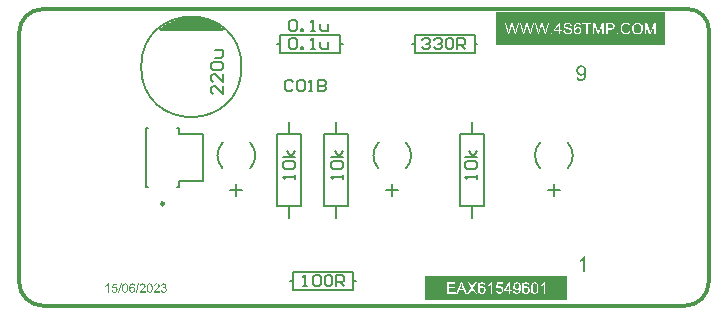
<source format=gto>
G04*
G04 #@! TF.GenerationSoftware,Altium Limited,Altium Designer,20.0.10 (225)*
G04*
G04 Layer_Color=65535*
%FSLAX25Y25*%
%MOIN*%
G70*
G01*
G75*
%ADD10C,0.00591*%
%ADD11C,0.00984*%
%ADD12C,0.00787*%
%ADD13C,0.01000*%
%ADD14C,0.01181*%
G36*
X453245Y412423D02*
X452612D01*
Y416437D01*
X452605Y416429D01*
X452573Y416398D01*
X452519Y416359D01*
X452448Y416304D01*
X452362Y416234D01*
X452261Y416164D01*
X452144Y416078D01*
X452011Y416000D01*
X452003D01*
X451995Y415992D01*
X451948Y415961D01*
X451878Y415922D01*
X451792Y415875D01*
X451691Y415820D01*
X451581Y415773D01*
X451464Y415719D01*
X451355Y415672D01*
Y416289D01*
X451363D01*
X451378Y416296D01*
X451410Y416312D01*
X451441Y416335D01*
X451488Y416359D01*
X451542Y416382D01*
X451667Y416453D01*
X451808Y416539D01*
X451964Y416640D01*
X452120Y416757D01*
X452269Y416882D01*
X452277Y416890D01*
X452284Y416898D01*
X452331Y416945D01*
X452401Y417015D01*
X452487Y417101D01*
X452581Y417210D01*
X452675Y417327D01*
X452761Y417452D01*
X452831Y417577D01*
X453245D01*
Y412423D01*
D02*
G37*
G36*
X447161Y402880D02*
X399839D01*
Y411120D01*
X447161D01*
Y402880D01*
D02*
G37*
G36*
X479679Y488048D02*
X423321D01*
Y498952D01*
X479679D01*
Y488048D01*
D02*
G37*
G36*
X451908Y481212D02*
X451947D01*
X452001Y481205D01*
X452127Y481189D01*
X452267Y481150D01*
X452416Y481103D01*
X452579Y481041D01*
X452736Y480947D01*
X452743D01*
X452751Y480931D01*
X452775Y480916D01*
X452806Y480900D01*
X452876Y480838D01*
X452970Y480752D01*
X453071Y480634D01*
X453181Y480510D01*
X453282Y480353D01*
X453368Y480174D01*
Y480166D01*
X453376Y480150D01*
X453392Y480119D01*
X453400Y480080D01*
X453423Y480033D01*
X453439Y479971D01*
X453454Y479893D01*
X453478Y479807D01*
X453501Y479713D01*
X453517Y479604D01*
X453540Y479486D01*
X453556Y479361D01*
X453563Y479221D01*
X453579Y479073D01*
X453587Y478908D01*
Y478737D01*
Y478729D01*
Y478690D01*
Y478643D01*
Y478573D01*
X453579Y478495D01*
Y478393D01*
X453571Y478292D01*
X453563Y478174D01*
X453532Y477924D01*
X453493Y477659D01*
X453439Y477401D01*
X453407Y477284D01*
X453368Y477167D01*
Y477159D01*
X453361Y477143D01*
X453345Y477112D01*
X453329Y477073D01*
X453306Y477018D01*
X453282Y476964D01*
X453212Y476839D01*
X453118Y476690D01*
X453009Y476542D01*
X452884Y476402D01*
X452736Y476276D01*
X452728D01*
X452720Y476261D01*
X452697Y476253D01*
X452658Y476230D01*
X452619Y476206D01*
X452572Y476183D01*
X452455Y476128D01*
X452306Y476074D01*
X452142Y476027D01*
X451947Y475995D01*
X451744Y475980D01*
X451689D01*
X451642Y475988D01*
X451595D01*
X451533Y475995D01*
X451392Y476019D01*
X451236Y476058D01*
X451072Y476120D01*
X450916Y476198D01*
X450760Y476308D01*
X450752Y476316D01*
X450744Y476323D01*
X450697Y476370D01*
X450635Y476448D01*
X450557Y476550D01*
X450479Y476683D01*
X450408Y476847D01*
X450346Y477034D01*
X450307Y477253D01*
X450908Y477300D01*
Y477292D01*
Y477284D01*
X450916Y477261D01*
X450924Y477229D01*
X450939Y477151D01*
X450971Y477065D01*
X451010Y476964D01*
X451056Y476862D01*
X451119Y476761D01*
X451197Y476683D01*
X451205Y476675D01*
X451236Y476651D01*
X451283Y476620D01*
X451353Y476589D01*
X451431Y476558D01*
X451525Y476526D01*
X451635Y476503D01*
X451759Y476495D01*
X451806D01*
X451861Y476503D01*
X451931Y476511D01*
X452009Y476526D01*
X452095Y476550D01*
X452181Y476581D01*
X452267Y476628D01*
X452275Y476636D01*
X452306Y476651D01*
X452345Y476683D01*
X452392Y476722D01*
X452455Y476769D01*
X452509Y476831D01*
X452572Y476901D01*
X452626Y476979D01*
X452634Y476987D01*
X452650Y477018D01*
X452673Y477073D01*
X452712Y477143D01*
X452743Y477229D01*
X452782Y477331D01*
X452822Y477448D01*
X452861Y477581D01*
Y477589D01*
X452868Y477596D01*
Y477620D01*
X452876Y477643D01*
X452892Y477721D01*
X452908Y477823D01*
X452923Y477940D01*
X452939Y478065D01*
X452954Y478206D01*
Y478354D01*
Y478362D01*
Y478385D01*
Y478424D01*
Y478479D01*
X452947Y478463D01*
X452915Y478432D01*
X452876Y478370D01*
X452814Y478307D01*
X452743Y478229D01*
X452650Y478143D01*
X452548Y478065D01*
X452431Y477987D01*
X452416Y477979D01*
X452376Y477956D01*
X452306Y477932D01*
X452220Y477901D01*
X452119Y477862D01*
X452001Y477839D01*
X451869Y477815D01*
X451728Y477807D01*
X451666D01*
X451619Y477815D01*
X451564Y477823D01*
X451502Y477831D01*
X451353Y477862D01*
X451182Y477917D01*
X451096Y477956D01*
X451002Y478003D01*
X450916Y478057D01*
X450822Y478120D01*
X450736Y478190D01*
X450650Y478268D01*
X450643Y478276D01*
X450635Y478292D01*
X450611Y478315D01*
X450580Y478354D01*
X450549Y478401D01*
X450510Y478455D01*
X450471Y478518D01*
X450432Y478596D01*
X450393Y478674D01*
X450354Y478768D01*
X450315Y478869D01*
X450283Y478979D01*
X450252Y479096D01*
X450229Y479213D01*
X450221Y479346D01*
X450213Y479486D01*
Y479494D01*
Y479518D01*
Y479565D01*
X450221Y479619D01*
X450229Y479682D01*
X450237Y479760D01*
X450252Y479846D01*
X450268Y479939D01*
X450322Y480135D01*
X450361Y480244D01*
X450408Y480345D01*
X450455Y480455D01*
X450518Y480556D01*
X450588Y480650D01*
X450666Y480744D01*
X450674Y480752D01*
X450690Y480767D01*
X450713Y480791D01*
X450752Y480822D01*
X450791Y480853D01*
X450846Y480892D01*
X450908Y480939D01*
X450986Y480986D01*
X451064Y481025D01*
X451150Y481072D01*
X451345Y481150D01*
X451455Y481173D01*
X451572Y481197D01*
X451697Y481212D01*
X451822Y481220D01*
X451869D01*
X451908Y481212D01*
D02*
G37*
G36*
X302320Y408524D02*
X302347D01*
X302384Y408519D01*
X302467Y408505D01*
X302560Y408477D01*
X302656Y408441D01*
X302753Y408394D01*
X302799Y408362D01*
X302845Y408325D01*
X302850D01*
X302855Y408316D01*
X302882Y408288D01*
X302919Y408242D01*
X302965Y408182D01*
X303016Y408104D01*
X303057Y408012D01*
X303099Y407901D01*
X303122Y407777D01*
X302753Y407749D01*
Y407754D01*
Y407758D01*
X302744Y407786D01*
X302730Y407823D01*
X302716Y407869D01*
X302670Y407975D01*
X302642Y408021D01*
X302610Y408063D01*
X302606Y408072D01*
X302583Y408090D01*
X302550Y408113D01*
X302509Y408146D01*
X302453Y408173D01*
X302389Y408201D01*
X302315Y408219D01*
X302237Y408224D01*
X302205D01*
X302172Y408219D01*
X302131Y408210D01*
X302080Y408201D01*
X302025Y408182D01*
X301974Y408155D01*
X301919Y408122D01*
X301909Y408118D01*
X301891Y408100D01*
X301859Y408067D01*
X301822Y408026D01*
X301776Y407975D01*
X301730Y407910D01*
X301684Y407832D01*
X301642Y407745D01*
Y407740D01*
X301638Y407735D01*
X301633Y407717D01*
X301628Y407698D01*
X301619Y407675D01*
X301610Y407643D01*
X301601Y407606D01*
X301591Y407565D01*
X301582Y407519D01*
X301573Y407468D01*
X301564Y407408D01*
X301555Y407348D01*
X301550Y407279D01*
X301545Y407205D01*
X301541Y407127D01*
Y407048D01*
X301545Y407053D01*
X301564Y407076D01*
X301591Y407113D01*
X301633Y407159D01*
X301679Y407210D01*
X301734Y407261D01*
X301799Y407307D01*
X301868Y407348D01*
X301877Y407353D01*
X301900Y407362D01*
X301942Y407380D01*
X301993Y407399D01*
X302052Y407417D01*
X302122Y407436D01*
X302195Y407445D01*
X302274Y407449D01*
X302311D01*
X302338Y407445D01*
X302371Y407440D01*
X302407Y407436D01*
X302495Y407417D01*
X302592Y407380D01*
X302647Y407362D01*
X302698Y407334D01*
X302753Y407302D01*
X302808Y407265D01*
X302859Y407224D01*
X302910Y407173D01*
X302915Y407168D01*
X302919Y407159D01*
X302933Y407145D01*
X302951Y407122D01*
X302970Y407094D01*
X302993Y407062D01*
X303016Y407025D01*
X303044Y406984D01*
X303067Y406933D01*
X303090Y406882D01*
X303113Y406822D01*
X303131Y406763D01*
X303150Y406693D01*
X303164Y406624D01*
X303168Y406546D01*
X303173Y406467D01*
Y406463D01*
Y406454D01*
Y406440D01*
Y406422D01*
X303168Y406394D01*
Y406366D01*
X303159Y406292D01*
X303140Y406214D01*
X303122Y406122D01*
X303090Y406030D01*
X303048Y405937D01*
Y405933D01*
X303044Y405928D01*
X303034Y405914D01*
X303025Y405896D01*
X302997Y405854D01*
X302961Y405799D01*
X302910Y405739D01*
X302850Y405679D01*
X302785Y405619D01*
X302707Y405564D01*
X302698Y405559D01*
X302670Y405546D01*
X302624Y405522D01*
X302569Y405499D01*
X302495Y405476D01*
X302412Y405453D01*
X302320Y405440D01*
X302223Y405435D01*
X302205D01*
X302177Y405440D01*
X302145D01*
X302108Y405444D01*
X302062Y405453D01*
X302011Y405463D01*
X301956Y405476D01*
X301896Y405495D01*
X301831Y405518D01*
X301771Y405546D01*
X301707Y405578D01*
X301642Y405619D01*
X301578Y405665D01*
X301518Y405716D01*
X301462Y405776D01*
X301458Y405781D01*
X301448Y405794D01*
X301435Y405813D01*
X301416Y405841D01*
X301393Y405877D01*
X301370Y405924D01*
X301343Y405979D01*
X301320Y406043D01*
X301292Y406117D01*
X301264Y406200D01*
X301241Y406292D01*
X301218Y406394D01*
X301200Y406504D01*
X301186Y406629D01*
X301177Y406758D01*
X301172Y406901D01*
Y406906D01*
Y406910D01*
Y406924D01*
Y406938D01*
Y406984D01*
X301177Y407044D01*
X301181Y407118D01*
X301190Y407200D01*
X301200Y407293D01*
X301213Y407390D01*
X301227Y407496D01*
X301250Y407602D01*
X301278Y407708D01*
X301310Y407809D01*
X301347Y407915D01*
X301389Y408007D01*
X301439Y408100D01*
X301495Y408178D01*
X301499Y408182D01*
X301508Y408192D01*
X301522Y408210D01*
X301545Y408233D01*
X301578Y408261D01*
X301610Y408288D01*
X301651Y408321D01*
X301697Y408353D01*
X301748Y408385D01*
X301808Y408418D01*
X301868Y408445D01*
X301937Y408473D01*
X302011Y408496D01*
X302089Y408514D01*
X302172Y408524D01*
X302260Y408528D01*
X302292D01*
X302320Y408524D01*
D02*
G37*
G36*
X312808Y408524D02*
X312867Y408514D01*
X312937Y408501D01*
X313015Y408482D01*
X313093Y408455D01*
X313172Y408418D01*
X313176D01*
X313181Y408413D01*
X313209Y408399D01*
X313246Y408376D01*
X313292Y408344D01*
X313342Y408302D01*
X313398Y408252D01*
X313448Y408192D01*
X313494Y408127D01*
X313499Y408118D01*
X313513Y408095D01*
X313531Y408058D01*
X313550Y408012D01*
X313568Y407952D01*
X313587Y407887D01*
X313600Y407818D01*
X313605Y407740D01*
Y407731D01*
Y407708D01*
X313600Y407671D01*
X313591Y407625D01*
X313578Y407569D01*
X313559Y407509D01*
X313536Y407445D01*
X313499Y407385D01*
X313494Y407376D01*
X313481Y407357D01*
X313453Y407330D01*
X313421Y407293D01*
X313375Y407251D01*
X313324Y407210D01*
X313259Y407164D01*
X313186Y407127D01*
X313190D01*
X313199Y407122D01*
X313213D01*
X313232Y407113D01*
X313278Y407099D01*
X313338Y407071D01*
X313402Y407039D01*
X313471Y406993D01*
X313541Y406938D01*
X313600Y406869D01*
X313605Y406859D01*
X313624Y406832D01*
X313647Y406790D01*
X313679Y406735D01*
X313706Y406666D01*
X313730Y406583D01*
X313748Y406486D01*
X313753Y406380D01*
Y406375D01*
Y406361D01*
Y406343D01*
X313748Y406315D01*
X313743Y406279D01*
X313739Y406242D01*
X313730Y406196D01*
X313716Y406149D01*
X313684Y406043D01*
X313660Y405983D01*
X313628Y405928D01*
X313596Y405873D01*
X313559Y405818D01*
X313513Y405762D01*
X313462Y405707D01*
X313458Y405702D01*
X313448Y405693D01*
X313435Y405684D01*
X313411Y405665D01*
X313384Y405642D01*
X313347Y405619D01*
X313305Y405596D01*
X313264Y405573D01*
X313213Y405546D01*
X313158Y405522D01*
X313098Y405500D01*
X313034Y405476D01*
X312964Y405458D01*
X312891Y405449D01*
X312812Y405440D01*
X312734Y405435D01*
X312697D01*
X312669Y405440D01*
X312632Y405444D01*
X312596Y405449D01*
X312549Y405453D01*
X312503Y405463D01*
X312397Y405490D01*
X312287Y405536D01*
X312231Y405559D01*
X312181Y405592D01*
X312125Y405628D01*
X312075Y405670D01*
X312070Y405675D01*
X312065Y405679D01*
X312052Y405693D01*
X312033Y405712D01*
X312015Y405739D01*
X311992Y405767D01*
X311964Y405799D01*
X311941Y405836D01*
X311886Y405928D01*
X311840Y406034D01*
X311798Y406154D01*
X311784Y406219D01*
X311775Y406288D01*
X312148Y406339D01*
Y406334D01*
X312153Y406325D01*
Y406306D01*
X312162Y406288D01*
X312176Y406233D01*
X312199Y406163D01*
X312227Y406089D01*
X312264Y406011D01*
X312310Y405942D01*
X312360Y405882D01*
X312370Y405877D01*
X312388Y405859D01*
X312420Y405841D01*
X312466Y405813D01*
X312517Y405790D01*
X312582Y405767D01*
X312655Y405748D01*
X312734Y405744D01*
X312761D01*
X312780Y405748D01*
X312826Y405753D01*
X312886Y405767D01*
X312960Y405790D01*
X313034Y405818D01*
X313107Y405864D01*
X313176Y405924D01*
X313186Y405933D01*
X313204Y405956D01*
X313232Y405993D01*
X313269Y406048D01*
X313301Y406113D01*
X313329Y406191D01*
X313347Y406279D01*
X313356Y406375D01*
Y406380D01*
Y406385D01*
Y406398D01*
X313352Y406417D01*
X313347Y406463D01*
X313333Y406523D01*
X313315Y406587D01*
X313282Y406661D01*
X313241Y406730D01*
X313186Y406795D01*
X313176Y406804D01*
X313158Y406822D01*
X313121Y406846D01*
X313070Y406878D01*
X313010Y406910D01*
X312937Y406933D01*
X312858Y406952D01*
X312766Y406961D01*
X312725D01*
X312692Y406956D01*
X312655Y406952D01*
X312609Y406947D01*
X312559Y406938D01*
X312503Y406924D01*
X312545Y407251D01*
X312568D01*
X312586Y407247D01*
X312646D01*
X312688Y407251D01*
X312748Y407261D01*
X312812Y407274D01*
X312881Y407297D01*
X312955Y407325D01*
X313029Y407367D01*
X313038Y407371D01*
X313061Y407390D01*
X313089Y407422D01*
X313126Y407463D01*
X313163Y407514D01*
X313190Y407579D01*
X313213Y407657D01*
X313223Y407749D01*
Y407754D01*
Y407758D01*
Y407781D01*
X313213Y407818D01*
X313204Y407869D01*
X313190Y407920D01*
X313163Y407975D01*
X313130Y408035D01*
X313084Y408086D01*
X313080Y408090D01*
X313061Y408109D01*
X313029Y408132D01*
X312987Y408155D01*
X312937Y408182D01*
X312877Y408201D01*
X312808Y408219D01*
X312729Y408224D01*
X312692D01*
X312651Y408215D01*
X312605Y408206D01*
X312545Y408192D01*
X312485Y408164D01*
X312425Y408132D01*
X312365Y408086D01*
X312360Y408081D01*
X312342Y408063D01*
X312319Y408030D01*
X312291Y407984D01*
X312259Y407929D01*
X312231Y407860D01*
X312204Y407777D01*
X312185Y407680D01*
X311812Y407745D01*
Y407749D01*
X311816Y407763D01*
X311821Y407781D01*
X311826Y407804D01*
X311835Y407837D01*
X311844Y407874D01*
X311876Y407957D01*
X311913Y408049D01*
X311969Y408146D01*
X312033Y408238D01*
X312116Y408321D01*
X312121Y408325D01*
X312125Y408330D01*
X312139Y408339D01*
X312162Y408353D01*
X312185Y408367D01*
X312213Y408385D01*
X312282Y408427D01*
X312370Y408464D01*
X312476Y408496D01*
X312591Y408519D01*
X312655Y408528D01*
X312761D01*
X312808Y408524D01*
D02*
G37*
G36*
X297175Y408113D02*
X295967D01*
X295801Y407297D01*
X295806Y407302D01*
X295815Y407307D01*
X295829Y407316D01*
X295847Y407330D01*
X295875Y407343D01*
X295903Y407357D01*
X295976Y407394D01*
X296059Y407431D01*
X296156Y407459D01*
X296262Y407482D01*
X296373Y407491D01*
X296410D01*
X296438Y407486D01*
X296474Y407482D01*
X296511Y407477D01*
X296557Y407468D01*
X296603Y407459D01*
X296709Y407422D01*
X296765Y407403D01*
X296820Y407376D01*
X296880Y407343D01*
X296935Y407307D01*
X296991Y407265D01*
X297041Y407214D01*
X297046Y407210D01*
X297055Y407200D01*
X297069Y407187D01*
X297083Y407164D01*
X297106Y407136D01*
X297129Y407104D01*
X297152Y407067D01*
X297180Y407025D01*
X297207Y406975D01*
X297230Y406924D01*
X297253Y406864D01*
X297276Y406804D01*
X297290Y406735D01*
X297304Y406666D01*
X297313Y406587D01*
X297318Y406509D01*
Y406504D01*
Y406491D01*
Y406467D01*
X297313Y406440D01*
X297309Y406403D01*
X297304Y406361D01*
X297300Y406315D01*
X297290Y406265D01*
X297258Y406154D01*
X297217Y406039D01*
X297189Y405974D01*
X297157Y405914D01*
X297120Y405854D01*
X297078Y405799D01*
X297074Y405794D01*
X297064Y405785D01*
X297046Y405767D01*
X297023Y405744D01*
X296995Y405716D01*
X296958Y405684D01*
X296917Y405652D01*
X296866Y405619D01*
X296815Y405582D01*
X296756Y405550D01*
X296686Y405518D01*
X296617Y405490D01*
X296539Y405467D01*
X296461Y405449D01*
X296373Y405440D01*
X296281Y405435D01*
X296239D01*
X296212Y405440D01*
X296179Y405444D01*
X296138Y405449D01*
X296092Y405453D01*
X296041Y405463D01*
X295935Y405490D01*
X295824Y405532D01*
X295769Y405559D01*
X295714Y405592D01*
X295658Y405624D01*
X295608Y405665D01*
X295603Y405670D01*
X295599Y405675D01*
X295585Y405688D01*
X295566Y405707D01*
X295548Y405730D01*
X295525Y405758D01*
X295502Y405790D01*
X295474Y405827D01*
X295423Y405914D01*
X295373Y406020D01*
X295336Y406140D01*
X295322Y406209D01*
X295313Y406279D01*
X295705Y406306D01*
Y406302D01*
Y406292D01*
X295709Y406279D01*
X295714Y406260D01*
X295727Y406209D01*
X295746Y406145D01*
X295769Y406076D01*
X295806Y406007D01*
X295847Y405937D01*
X295903Y405877D01*
X295912Y405873D01*
X295930Y405854D01*
X295963Y405836D01*
X296009Y405808D01*
X296064Y405785D01*
X296129Y405762D01*
X296202Y405744D01*
X296281Y405739D01*
X296308D01*
X296327Y405744D01*
X296378Y405748D01*
X296442Y405762D01*
X296511Y405790D01*
X296590Y405822D01*
X296663Y405873D01*
X296700Y405900D01*
X296737Y405937D01*
Y405942D01*
X296746Y405947D01*
X296765Y405974D01*
X296797Y406020D01*
X296829Y406080D01*
X296862Y406159D01*
X296894Y406251D01*
X296912Y406357D01*
X296921Y406477D01*
Y406481D01*
Y406491D01*
Y406509D01*
X296917Y406528D01*
Y406555D01*
X296912Y406587D01*
X296899Y406661D01*
X296880Y406740D01*
X296848Y406822D01*
X296802Y406906D01*
X296742Y406979D01*
X296732Y406988D01*
X296709Y407007D01*
X296673Y407039D01*
X296617Y407071D01*
X296553Y407104D01*
X296470Y407136D01*
X296378Y407154D01*
X296276Y407164D01*
X296244D01*
X296212Y407159D01*
X296165Y407154D01*
X296115Y407141D01*
X296059Y407127D01*
X296004Y407104D01*
X295949Y407076D01*
X295944Y407071D01*
X295926Y407062D01*
X295898Y407044D01*
X295866Y407021D01*
X295834Y406988D01*
X295797Y406952D01*
X295760Y406910D01*
X295727Y406864D01*
X295377Y406915D01*
X295672Y408468D01*
X297175D01*
Y408113D01*
D02*
G37*
G36*
X310493Y408524D02*
X310530Y408519D01*
X310572Y408514D01*
X310618Y408510D01*
X310669Y408496D01*
X310779Y408468D01*
X310894Y408427D01*
X310954Y408399D01*
X311010Y408367D01*
X311060Y408325D01*
X311111Y408284D01*
X311116Y408279D01*
X311120Y408275D01*
X311134Y408261D01*
X311153Y408242D01*
X311171Y408215D01*
X311194Y408187D01*
X311240Y408118D01*
X311286Y408030D01*
X311328Y407929D01*
X311360Y407814D01*
X311365Y407749D01*
X311369Y407685D01*
Y407675D01*
Y407652D01*
X311365Y407616D01*
X311360Y407569D01*
X311351Y407514D01*
X311337Y407454D01*
X311319Y407390D01*
X311291Y407325D01*
X311286Y407316D01*
X311277Y407293D01*
X311259Y407261D01*
X311231Y407214D01*
X311199Y407159D01*
X311157Y407094D01*
X311102Y407030D01*
X311042Y406956D01*
X311033Y406947D01*
X311010Y406919D01*
X310968Y406878D01*
X310941Y406850D01*
X310908Y406818D01*
X310871Y406781D01*
X310825Y406740D01*
X310779Y406698D01*
X310729Y406647D01*
X310673Y406597D01*
X310609Y406541D01*
X310544Y406486D01*
X310470Y406422D01*
X310466Y406417D01*
X310456Y406408D01*
X310438Y406394D01*
X310415Y406375D01*
X310360Y406329D01*
X310291Y406269D01*
X310221Y406205D01*
X310148Y406140D01*
X310088Y406085D01*
X310065Y406062D01*
X310042Y406039D01*
X310037Y406034D01*
X310028Y406020D01*
X310009Y406002D01*
X309986Y405974D01*
X309936Y405914D01*
X309885Y405841D01*
X311374D01*
Y405486D01*
X309368D01*
Y405490D01*
Y405509D01*
Y405536D01*
X309373Y405569D01*
X309378Y405606D01*
X309382Y405647D01*
X309396Y405693D01*
X309410Y405739D01*
Y405744D01*
X309415Y405748D01*
X309424Y405776D01*
X309442Y405813D01*
X309470Y405868D01*
X309502Y405928D01*
X309548Y405997D01*
X309594Y406067D01*
X309654Y406140D01*
Y406145D01*
X309664Y406149D01*
X309687Y406177D01*
X309723Y406219D01*
X309779Y406274D01*
X309848Y406339D01*
X309931Y406417D01*
X310032Y406504D01*
X310143Y406601D01*
X310148Y406606D01*
X310166Y406620D01*
X310189Y406638D01*
X310221Y406670D01*
X310263Y406703D01*
X310309Y406744D01*
X310410Y406832D01*
X310521Y406938D01*
X310632Y407044D01*
X310687Y407094D01*
X310733Y407145D01*
X310775Y407196D01*
X310811Y407242D01*
Y407247D01*
X310821Y407251D01*
X310830Y407265D01*
X310839Y407283D01*
X310867Y407330D01*
X310899Y407390D01*
X310931Y407459D01*
X310959Y407533D01*
X310977Y407616D01*
X310987Y407694D01*
Y407698D01*
Y407703D01*
X310982Y407731D01*
X310977Y407772D01*
X310968Y407823D01*
X310945Y407883D01*
X310917Y407943D01*
X310881Y408007D01*
X310825Y408067D01*
X310816Y408072D01*
X310798Y408090D01*
X310761Y408113D01*
X310715Y408146D01*
X310655Y408173D01*
X310586Y408196D01*
X310503Y408215D01*
X310410Y408219D01*
X310383D01*
X310364Y408215D01*
X310318Y408210D01*
X310258Y408201D01*
X310189Y408178D01*
X310115Y408150D01*
X310046Y408109D01*
X309982Y408053D01*
X309977Y408044D01*
X309959Y408026D01*
X309931Y407989D01*
X309903Y407938D01*
X309871Y407874D01*
X309848Y407800D01*
X309829Y407712D01*
X309820Y407611D01*
X309438Y407652D01*
Y407657D01*
Y407671D01*
X309442Y407694D01*
X309447Y407722D01*
X309456Y407758D01*
X309461Y407800D01*
X309488Y407892D01*
X309525Y407998D01*
X309576Y408104D01*
X309645Y408210D01*
X309682Y408256D01*
X309728Y408302D01*
X309733Y408307D01*
X309742Y408312D01*
X309756Y408325D01*
X309774Y408339D01*
X309802Y408353D01*
X309834Y408376D01*
X309871Y408394D01*
X309912Y408418D01*
X309959Y408436D01*
X310009Y408459D01*
X310069Y408477D01*
X310129Y408491D01*
X310267Y408519D01*
X310341Y408524D01*
X310420Y408528D01*
X310461D01*
X310493Y408524D01*
D02*
G37*
G36*
X305791Y408524D02*
X305828Y408519D01*
X305870Y408514D01*
X305916Y408510D01*
X305966Y408496D01*
X306077Y408468D01*
X306192Y408427D01*
X306252Y408399D01*
X306308Y408367D01*
X306358Y408325D01*
X306409Y408284D01*
X306414Y408279D01*
X306418Y408275D01*
X306432Y408261D01*
X306450Y408242D01*
X306469Y408215D01*
X306492Y408187D01*
X306538Y408118D01*
X306584Y408030D01*
X306626Y407929D01*
X306658Y407814D01*
X306663Y407749D01*
X306667Y407685D01*
Y407675D01*
Y407652D01*
X306663Y407615D01*
X306658Y407569D01*
X306649Y407514D01*
X306635Y407454D01*
X306616Y407390D01*
X306589Y407325D01*
X306584Y407316D01*
X306575Y407293D01*
X306556Y407261D01*
X306529Y407214D01*
X306497Y407159D01*
X306455Y407094D01*
X306400Y407030D01*
X306340Y406956D01*
X306330Y406947D01*
X306308Y406919D01*
X306266Y406878D01*
X306238Y406850D01*
X306206Y406818D01*
X306169Y406781D01*
X306123Y406740D01*
X306077Y406698D01*
X306026Y406647D01*
X305971Y406597D01*
X305906Y406541D01*
X305842Y406486D01*
X305768Y406422D01*
X305764Y406417D01*
X305754Y406408D01*
X305736Y406394D01*
X305713Y406375D01*
X305658Y406329D01*
X305588Y406269D01*
X305519Y406205D01*
X305445Y406140D01*
X305385Y406085D01*
X305362Y406062D01*
X305339Y406039D01*
X305335Y406034D01*
X305326Y406020D01*
X305307Y406002D01*
X305284Y405974D01*
X305233Y405914D01*
X305183Y405841D01*
X306672D01*
Y405486D01*
X304666D01*
Y405490D01*
Y405509D01*
Y405536D01*
X304671Y405569D01*
X304676Y405606D01*
X304680Y405647D01*
X304694Y405693D01*
X304708Y405739D01*
Y405744D01*
X304712Y405748D01*
X304722Y405776D01*
X304740Y405813D01*
X304768Y405868D01*
X304800Y405928D01*
X304846Y405997D01*
X304892Y406067D01*
X304952Y406140D01*
Y406145D01*
X304961Y406149D01*
X304984Y406177D01*
X305021Y406219D01*
X305077Y406274D01*
X305146Y406339D01*
X305229Y406417D01*
X305330Y406504D01*
X305441Y406601D01*
X305445Y406606D01*
X305464Y406620D01*
X305487Y406638D01*
X305519Y406670D01*
X305561Y406703D01*
X305607Y406744D01*
X305708Y406832D01*
X305819Y406938D01*
X305929Y407044D01*
X305985Y407094D01*
X306031Y407145D01*
X306072Y407196D01*
X306109Y407242D01*
Y407247D01*
X306118Y407251D01*
X306128Y407265D01*
X306137Y407283D01*
X306165Y407330D01*
X306197Y407390D01*
X306229Y407459D01*
X306257Y407533D01*
X306275Y407615D01*
X306284Y407694D01*
Y407698D01*
Y407703D01*
X306280Y407731D01*
X306275Y407772D01*
X306266Y407823D01*
X306243Y407883D01*
X306215Y407943D01*
X306178Y408007D01*
X306123Y408067D01*
X306114Y408072D01*
X306095Y408090D01*
X306059Y408113D01*
X306012Y408146D01*
X305953Y408173D01*
X305883Y408196D01*
X305800Y408215D01*
X305708Y408219D01*
X305680D01*
X305662Y408215D01*
X305616Y408210D01*
X305556Y408201D01*
X305487Y408178D01*
X305413Y408150D01*
X305344Y408109D01*
X305279Y408053D01*
X305275Y408044D01*
X305256Y408026D01*
X305229Y407989D01*
X305201Y407938D01*
X305169Y407874D01*
X305146Y407800D01*
X305127Y407712D01*
X305118Y407611D01*
X304735Y407652D01*
Y407657D01*
Y407671D01*
X304740Y407694D01*
X304745Y407722D01*
X304754Y407758D01*
X304759Y407800D01*
X304786Y407892D01*
X304823Y407998D01*
X304874Y408104D01*
X304943Y408210D01*
X304980Y408256D01*
X305026Y408302D01*
X305030Y408307D01*
X305040Y408312D01*
X305054Y408325D01*
X305072Y408339D01*
X305100Y408353D01*
X305132Y408376D01*
X305169Y408394D01*
X305210Y408418D01*
X305256Y408436D01*
X305307Y408459D01*
X305367Y408477D01*
X305427Y408491D01*
X305565Y408519D01*
X305639Y408524D01*
X305717Y408528D01*
X305759D01*
X305791Y408524D01*
D02*
G37*
G36*
X294363Y405486D02*
X293990D01*
Y407855D01*
X293985Y407851D01*
X293967Y407832D01*
X293934Y407809D01*
X293893Y407777D01*
X293842Y407735D01*
X293782Y407694D01*
X293713Y407643D01*
X293635Y407597D01*
X293630D01*
X293625Y407592D01*
X293598Y407574D01*
X293556Y407551D01*
X293506Y407523D01*
X293446Y407491D01*
X293381Y407463D01*
X293312Y407431D01*
X293247Y407403D01*
Y407768D01*
X293252D01*
X293261Y407772D01*
X293280Y407781D01*
X293298Y407795D01*
X293326Y407809D01*
X293358Y407823D01*
X293432Y407864D01*
X293515Y407915D01*
X293607Y407975D01*
X293699Y408044D01*
X293787Y408118D01*
X293791Y408122D01*
X293796Y408127D01*
X293824Y408155D01*
X293865Y408196D01*
X293916Y408247D01*
X293971Y408312D01*
X294026Y408381D01*
X294077Y408455D01*
X294119Y408528D01*
X294363D01*
Y405486D01*
D02*
G37*
G36*
X308142Y408524D02*
X308198Y408514D01*
X308262Y408505D01*
X308336Y408487D01*
X308410Y408459D01*
X308479Y408427D01*
X308488Y408422D01*
X308511Y408408D01*
X308543Y408385D01*
X308589Y408358D01*
X308635Y408316D01*
X308686Y408265D01*
X308737Y408210D01*
X308783Y408146D01*
X308788Y408136D01*
X308802Y408113D01*
X308824Y408072D01*
X308852Y408021D01*
X308880Y407957D01*
X308912Y407878D01*
X308944Y407791D01*
X308972Y407694D01*
Y407689D01*
X308977Y407680D01*
Y407666D01*
X308981Y407643D01*
X308991Y407620D01*
X308995Y407588D01*
X309000Y407546D01*
X309009Y407505D01*
X309014Y407454D01*
X309018Y407403D01*
X309027Y407343D01*
X309032Y407279D01*
X309037Y407210D01*
Y407141D01*
X309041Y406979D01*
Y406975D01*
Y406956D01*
Y406929D01*
Y406892D01*
X309037Y406846D01*
Y406795D01*
X309032Y406735D01*
X309027Y406670D01*
X309014Y406532D01*
X308995Y406389D01*
X308967Y406246D01*
X308949Y406182D01*
X308931Y406117D01*
Y406113D01*
X308926Y406103D01*
X308921Y406085D01*
X308912Y406062D01*
X308898Y406034D01*
X308885Y406007D01*
X308848Y405933D01*
X308802Y405850D01*
X308746Y405767D01*
X308682Y405684D01*
X308603Y405610D01*
X308599D01*
X308594Y405601D01*
X308580Y405596D01*
X308566Y405582D01*
X308516Y405555D01*
X308456Y405522D01*
X308373Y405490D01*
X308281Y405463D01*
X308174Y405444D01*
X308055Y405435D01*
X308013D01*
X307981Y405440D01*
X307944Y405444D01*
X307903Y405453D01*
X307856Y405463D01*
X307806Y405472D01*
X307695Y405509D01*
X307635Y405536D01*
X307580Y405564D01*
X307520Y405601D01*
X307465Y405642D01*
X307414Y405688D01*
X307363Y405744D01*
X307359Y405748D01*
X307349Y405762D01*
X307335Y405785D01*
X307317Y405818D01*
X307294Y405859D01*
X307271Y405910D01*
X307243Y405970D01*
X307216Y406043D01*
X307188Y406122D01*
X307160Y406214D01*
X307137Y406315D01*
X307114Y406426D01*
X307096Y406551D01*
X307082Y406680D01*
X307073Y406827D01*
X307068Y406979D01*
Y406984D01*
Y407002D01*
Y407030D01*
Y407067D01*
X307073Y407113D01*
Y407164D01*
X307077Y407224D01*
X307082Y407288D01*
X307096Y407426D01*
X307114Y407569D01*
X307137Y407712D01*
X307156Y407777D01*
X307174Y407841D01*
Y407846D01*
X307179Y407855D01*
X307188Y407874D01*
X307197Y407897D01*
X307206Y407924D01*
X307220Y407957D01*
X307257Y408030D01*
X307303Y408113D01*
X307359Y408196D01*
X307423Y408275D01*
X307502Y408348D01*
X307506D01*
X307511Y408358D01*
X307524Y408367D01*
X307543Y408376D01*
X307589Y408404D01*
X307654Y408441D01*
X307732Y408473D01*
X307829Y408501D01*
X307935Y408519D01*
X308055Y408528D01*
X308096D01*
X308142Y408524D01*
D02*
G37*
G36*
X303661Y405435D02*
X303366D01*
X304242Y408565D01*
X304537D01*
X303661Y405435D01*
D02*
G37*
G36*
X299913Y408524D02*
X299969Y408514D01*
X300033Y408505D01*
X300107Y408487D01*
X300181Y408459D01*
X300250Y408427D01*
X300259Y408422D01*
X300282Y408408D01*
X300314Y408385D01*
X300361Y408358D01*
X300407Y408316D01*
X300457Y408265D01*
X300508Y408210D01*
X300554Y408146D01*
X300559Y408136D01*
X300573Y408113D01*
X300596Y408072D01*
X300623Y408021D01*
X300651Y407957D01*
X300683Y407878D01*
X300716Y407791D01*
X300743Y407694D01*
Y407689D01*
X300748Y407680D01*
Y407666D01*
X300752Y407643D01*
X300762Y407620D01*
X300766Y407588D01*
X300771Y407546D01*
X300780Y407505D01*
X300785Y407454D01*
X300789Y407403D01*
X300799Y407343D01*
X300803Y407279D01*
X300808Y407210D01*
Y407141D01*
X300812Y406979D01*
Y406975D01*
Y406956D01*
Y406928D01*
Y406892D01*
X300808Y406846D01*
Y406795D01*
X300803Y406735D01*
X300799Y406670D01*
X300785Y406532D01*
X300766Y406389D01*
X300739Y406246D01*
X300720Y406182D01*
X300702Y406117D01*
Y406113D01*
X300697Y406103D01*
X300693Y406085D01*
X300683Y406062D01*
X300670Y406034D01*
X300656Y406007D01*
X300619Y405933D01*
X300573Y405850D01*
X300517Y405767D01*
X300453Y405684D01*
X300374Y405610D01*
X300370D01*
X300365Y405601D01*
X300351Y405596D01*
X300338Y405582D01*
X300287Y405555D01*
X300227Y405522D01*
X300144Y405490D01*
X300052Y405463D01*
X299946Y405444D01*
X299826Y405435D01*
X299784D01*
X299752Y405440D01*
X299715Y405444D01*
X299674Y405453D01*
X299628Y405463D01*
X299577Y405472D01*
X299466Y405509D01*
X299406Y405536D01*
X299351Y405564D01*
X299291Y405601D01*
X299236Y405642D01*
X299185Y405688D01*
X299134Y405744D01*
X299130Y405748D01*
X299120Y405762D01*
X299107Y405785D01*
X299088Y405818D01*
X299065Y405859D01*
X299042Y405910D01*
X299014Y405970D01*
X298987Y406043D01*
X298959Y406122D01*
X298932Y406214D01*
X298908Y406315D01*
X298885Y406426D01*
X298867Y406551D01*
X298853Y406680D01*
X298844Y406827D01*
X298839Y406979D01*
Y406984D01*
Y407002D01*
Y407030D01*
Y407067D01*
X298844Y407113D01*
Y407164D01*
X298849Y407224D01*
X298853Y407288D01*
X298867Y407426D01*
X298885Y407569D01*
X298908Y407712D01*
X298927Y407777D01*
X298945Y407841D01*
Y407846D01*
X298950Y407855D01*
X298959Y407874D01*
X298968Y407897D01*
X298978Y407924D01*
X298991Y407957D01*
X299028Y408030D01*
X299074Y408113D01*
X299130Y408196D01*
X299194Y408275D01*
X299273Y408348D01*
X299277D01*
X299282Y408358D01*
X299296Y408367D01*
X299314Y408376D01*
X299360Y408404D01*
X299425Y408441D01*
X299503Y408473D01*
X299600Y408501D01*
X299706Y408519D01*
X299826Y408528D01*
X299867D01*
X299913Y408524D01*
D02*
G37*
G36*
X297784Y405435D02*
X297489D01*
X298364Y408565D01*
X298659D01*
X297784Y405435D01*
D02*
G37*
%LPC*%
G36*
X439844Y408932D02*
X439539D01*
X439487Y408840D01*
X439424Y408748D01*
X439354Y408662D01*
X439285Y408581D01*
X439222Y408518D01*
X439170Y408466D01*
X439136Y408431D01*
X439130Y408426D01*
X439124Y408420D01*
X439015Y408328D01*
X438899Y408241D01*
X438784Y408166D01*
X438681Y408103D01*
X438588Y408051D01*
X438548Y408034D01*
X438513Y408017D01*
X438490Y407999D01*
X438467Y407988D01*
X438456Y407982D01*
X438450D01*
Y408932D01*
D01*
Y405131D01*
X439844D01*
Y408932D01*
D02*
G37*
G36*
X422218Y408932D02*
X421913D01*
X421861Y408840D01*
X421798Y408748D01*
X421729Y408662D01*
X421660Y408581D01*
X421596Y408518D01*
X421545Y408466D01*
X421510Y408431D01*
X421504Y408426D01*
X421498Y408420D01*
X421389Y408328D01*
X421274Y408241D01*
X421159Y408166D01*
X421055Y408103D01*
X420963Y408051D01*
X420922Y408034D01*
X420888Y408017D01*
X420865Y407999D01*
X420842Y407988D01*
X420830Y407982D01*
X420824D01*
Y408932D01*
D01*
Y405131D01*
X422218D01*
Y408932D01*
D02*
G37*
G36*
X417173Y408915D02*
X416625D01*
X415865Y407901D01*
X415802Y407821D01*
X415744Y407746D01*
X415692Y407671D01*
X415652Y407608D01*
X415617Y407556D01*
X415589Y407515D01*
X415571Y407492D01*
X415566Y407481D01*
X415525Y407550D01*
X415485Y407619D01*
X415433Y407700D01*
X415381Y407775D01*
X415341Y407838D01*
X415301Y407890D01*
X415278Y407930D01*
X415266Y407936D01*
Y407942D01*
X414575Y408915D01*
X415783D01*
X413809D01*
X413982D01*
X415272Y407089D01*
X413809Y405131D01*
X414408D01*
X415364Y406438D01*
X415387Y406473D01*
X415416Y406513D01*
X415479Y406600D01*
X415508Y406646D01*
X415525Y406680D01*
X415543Y406703D01*
X415548Y406709D01*
X415606Y406623D01*
X415652Y406554D01*
X415675Y406519D01*
X415692Y406496D01*
X415698Y406485D01*
X415704Y406479D01*
X416660Y405131D01*
X417276D01*
X415854Y407112D01*
X417173Y408915D01*
D02*
G37*
G36*
X433594Y408932D02*
X433554D01*
X433445Y408927D01*
X433341Y408915D01*
X433243Y408892D01*
X433151Y408863D01*
X433065Y408829D01*
X432990Y408794D01*
X432915Y408754D01*
X432851Y408714D01*
X432794Y408673D01*
X432742Y408633D01*
X432702Y408598D01*
X432661Y408564D01*
X432632Y408535D01*
X432615Y408512D01*
X432604Y408500D01*
X432598Y408495D01*
X432529Y408397D01*
X432465Y408282D01*
X432414Y408166D01*
X432368Y408034D01*
X432327Y407907D01*
X432293Y407775D01*
X432264Y407642D01*
X432247Y407510D01*
X432229Y407389D01*
X432218Y407274D01*
X432206Y407170D01*
X432200Y407078D01*
X432195Y407003D01*
Y408932D01*
D01*
D01*
Y405067D01*
Y406899D01*
X432200Y406721D01*
X432212Y406559D01*
X432229Y406404D01*
X432252Y406266D01*
X432281Y406139D01*
X432310Y406024D01*
X432344Y405920D01*
X432379Y405828D01*
X432408Y405747D01*
X432442Y405678D01*
X432471Y405620D01*
X432500Y405574D01*
X432523Y405540D01*
X432540Y405517D01*
X432552Y405500D01*
X432558Y405494D01*
X432627Y405419D01*
X432702Y405356D01*
X432782Y405298D01*
X432863Y405246D01*
X432943Y405206D01*
X433018Y405171D01*
X433099Y405142D01*
X433174Y405119D01*
X433243Y405102D01*
X433306Y405091D01*
X433364Y405079D01*
X433410Y405073D01*
X433450D01*
X433485Y405067D01*
X432195D01*
X434695D01*
D01*
X433508D01*
X433629Y405073D01*
X433744Y405091D01*
X433848Y405119D01*
X433940Y405148D01*
X434009Y405177D01*
X434067Y405206D01*
X434101Y405223D01*
X434113Y405229D01*
X434211Y405298D01*
X434291Y405373D01*
X434366Y405448D01*
X434430Y405523D01*
X434476Y405592D01*
X434510Y405644D01*
X434522Y405667D01*
X434533Y405684D01*
X434539Y405690D01*
Y405695D01*
X434591Y405811D01*
X434631Y405926D01*
X434654Y406041D01*
X434677Y406139D01*
X434689Y406231D01*
Y406266D01*
X434695Y406300D01*
Y406358D01*
X434689Y406456D01*
X434683Y406554D01*
X434666Y406640D01*
X434643Y406726D01*
X434620Y406801D01*
X434591Y406876D01*
X434562Y406940D01*
X434533Y407003D01*
X434499Y407055D01*
X434470Y407101D01*
X434441Y407141D01*
X434418Y407176D01*
X434395Y407204D01*
X434378Y407222D01*
X434372Y407233D01*
X434366Y407239D01*
X434303Y407302D01*
X434239Y407354D01*
X434170Y407400D01*
X434101Y407441D01*
X434038Y407475D01*
X433969Y407498D01*
X433848Y407544D01*
X433738Y407567D01*
X433692Y407573D01*
X433652Y407579D01*
X433617Y407585D01*
X433571D01*
X433473Y407579D01*
X433381Y407567D01*
X433295Y407544D01*
X433220Y407521D01*
X433157Y407498D01*
X433105Y407475D01*
X433076Y407464D01*
X433065Y407458D01*
X432978Y407406D01*
X432897Y407348D01*
X432828Y407285D01*
X432771Y407222D01*
X432719Y407164D01*
X432684Y407118D01*
X432661Y407089D01*
X432655Y407084D01*
Y407181D01*
X432661Y407279D01*
X432667Y407372D01*
X432673Y407458D01*
X432684Y407533D01*
X432696Y407608D01*
X432707Y407671D01*
X432719Y407729D01*
X432730Y407781D01*
X432742Y407827D01*
X432753Y407867D01*
X432765Y407896D01*
X432771Y407919D01*
X432776Y407942D01*
X432782Y407947D01*
Y407953D01*
X432834Y408063D01*
X432892Y408161D01*
X432949Y408241D01*
X433007Y408305D01*
X433053Y408357D01*
X433093Y408397D01*
X433116Y408420D01*
X433128Y408426D01*
X433197Y408466D01*
X433260Y408500D01*
X433329Y408524D01*
X433393Y408535D01*
X433445Y408547D01*
X433485Y408552D01*
X433525D01*
X433623Y408547D01*
X433715Y408524D01*
X433796Y408489D01*
X433865Y408454D01*
X433917Y408414D01*
X433957Y408385D01*
X433986Y408362D01*
X433992Y408351D01*
X434032Y408299D01*
X434067Y408241D01*
X434124Y408109D01*
X434142Y408051D01*
X434159Y408005D01*
X434170Y407971D01*
Y407965D01*
Y407959D01*
X434631Y407994D01*
X434602Y408149D01*
X434551Y408287D01*
X434499Y408403D01*
X434435Y408500D01*
X434378Y408575D01*
X434332Y408633D01*
X434297Y408668D01*
X434291Y408679D01*
X434286D01*
X434228Y408725D01*
X434170Y408766D01*
X434049Y408823D01*
X433928Y408869D01*
X433813Y408904D01*
X433710Y408921D01*
X433664Y408927D01*
X433629D01*
X433594Y408932D01*
D02*
G37*
G36*
X420007Y408932D02*
X418866D01*
X418757Y408927D01*
X418653Y408915D01*
X418555Y408892D01*
X418463Y408863D01*
X418376Y408829D01*
X418302Y408794D01*
X418227Y408754D01*
X418163Y408714D01*
X418106Y408673D01*
X418054Y408633D01*
X418014Y408598D01*
X417973Y408564D01*
X417944Y408535D01*
X417927Y408512D01*
X417916Y408500D01*
X417910Y408495D01*
X417841Y408397D01*
X417777Y408282D01*
X417726Y408166D01*
X417680Y408034D01*
X417639Y407907D01*
X417605Y407775D01*
X417576Y407642D01*
X417559Y407510D01*
X417541Y407389D01*
X417530Y407274D01*
X417518Y407170D01*
X417513Y407078D01*
X417507Y407003D01*
Y408932D01*
D01*
D01*
Y405067D01*
Y406899D01*
X417513Y406721D01*
X417524Y406559D01*
X417541Y406404D01*
X417564Y406266D01*
X417593Y406139D01*
X417622Y406024D01*
X417657Y405920D01*
X417691Y405828D01*
X417720Y405747D01*
X417754Y405678D01*
X417783Y405620D01*
X417812Y405574D01*
X417835Y405540D01*
X417852Y405517D01*
X417864Y405500D01*
X417870Y405494D01*
X417939Y405419D01*
X418014Y405356D01*
X418094Y405298D01*
X418175Y405246D01*
X418256Y405206D01*
X418330Y405171D01*
X418411Y405142D01*
X418486Y405119D01*
X418555Y405102D01*
X418618Y405091D01*
X418676Y405079D01*
X418722Y405073D01*
X418762D01*
X418797Y405067D01*
X418820D01*
X418941Y405073D01*
X419056Y405091D01*
X419160Y405119D01*
X419252Y405148D01*
X419321Y405177D01*
X419379Y405206D01*
X419413Y405223D01*
X419425Y405229D01*
X419523Y405298D01*
X419603Y405373D01*
X419678Y405448D01*
X419742Y405523D01*
X419788Y405592D01*
X419822Y405644D01*
X419834Y405667D01*
X419845Y405684D01*
X419851Y405690D01*
Y405695D01*
X419903Y405811D01*
X419943Y405926D01*
X419966Y406041D01*
X419989Y406139D01*
X420001Y406231D01*
Y406266D01*
X420007Y406300D01*
Y406358D01*
X420001Y406456D01*
X419995Y406554D01*
X419978Y406640D01*
X419955Y406726D01*
X419932Y406801D01*
X419903Y406876D01*
X419874Y406940D01*
X419845Y407003D01*
X419811Y407055D01*
X419782Y407101D01*
X419753Y407141D01*
X419730Y407176D01*
X419707Y407204D01*
X419690Y407222D01*
X419684Y407233D01*
X419678Y407239D01*
X419615Y407302D01*
X419552Y407354D01*
X419482Y407400D01*
X419413Y407441D01*
X419350Y407475D01*
X419281Y407498D01*
X419160Y407544D01*
X419050Y407567D01*
X419004Y407573D01*
X418964Y407579D01*
X418929Y407585D01*
X418883D01*
X418785Y407579D01*
X418693Y407567D01*
X418607Y407544D01*
X418532Y407521D01*
X418469Y407498D01*
X418417Y407475D01*
X418388Y407464D01*
X418376Y407458D01*
X418290Y407406D01*
X418209Y407348D01*
X418140Y407285D01*
X418083Y407222D01*
X418031Y407164D01*
X417996Y407118D01*
X417973Y407089D01*
X417968Y407084D01*
Y407181D01*
X417973Y407279D01*
X417979Y407372D01*
X417985Y407458D01*
X417996Y407533D01*
X418008Y407608D01*
X418019Y407671D01*
X418031Y407729D01*
X418042Y407781D01*
X418054Y407827D01*
X418065Y407867D01*
X418077Y407896D01*
X418083Y407919D01*
X418088Y407942D01*
X418094Y407947D01*
Y407953D01*
X418146Y408063D01*
X418204Y408161D01*
X418261Y408241D01*
X418319Y408305D01*
X418365Y408357D01*
X418405Y408397D01*
X418428Y408420D01*
X418440Y408426D01*
X418509Y408466D01*
X418572Y408500D01*
X418641Y408524D01*
X418705Y408535D01*
X418757Y408547D01*
X418797Y408552D01*
X418837D01*
X418935Y408547D01*
X419027Y408524D01*
X419108Y408489D01*
X419177Y408454D01*
X419229Y408414D01*
X419269Y408385D01*
X419298Y408362D01*
X419304Y408351D01*
X419344Y408299D01*
X419379Y408241D01*
X419436Y408109D01*
X419454Y408051D01*
X419471Y408005D01*
X419482Y407971D01*
Y407965D01*
Y407959D01*
X419943Y407994D01*
X419914Y408149D01*
X419863Y408287D01*
X419811Y408403D01*
X419747Y408500D01*
X419690Y408575D01*
X419644Y408633D01*
X419609Y408668D01*
X419603Y408679D01*
X419598D01*
X419540Y408725D01*
X419482Y408765D01*
X419361Y408823D01*
X419241Y408869D01*
X419125Y408904D01*
X419022Y408921D01*
X418975Y408927D01*
X418941D01*
X418906Y408932D01*
X420007D01*
D02*
G37*
G36*
X428295Y408909D02*
X427915D01*
X426187Y406461D01*
D01*
Y405131D01*
Y406035D01*
X427829D01*
Y405131D01*
X426187D01*
X428808Y405131D01*
X428295Y405131D01*
Y406035D01*
X428808Y406035D01*
Y406461D01*
D01*
X428295Y406461D01*
Y408909D01*
D02*
G37*
G36*
X409978Y408915D02*
Y405574D01*
X407657D01*
Y406865D01*
X409748D01*
Y407308D01*
X407657D01*
Y408472D01*
X409892D01*
Y408915D01*
X407156D01*
Y405131D01*
X409978D01*
Y408915D01*
D02*
G37*
G36*
X430501Y408932D02*
X429280D01*
Y405067D01*
Y407654D01*
X429286Y407550D01*
X429292Y407452D01*
X429309Y407366D01*
X429332Y407279D01*
X429355Y407199D01*
X429384Y407124D01*
X429413Y407055D01*
X429441Y406997D01*
X429470Y406940D01*
X429499Y406893D01*
X429528Y406853D01*
X429551Y406819D01*
X429574Y406790D01*
X429591Y406773D01*
X429597Y406761D01*
X429603Y406755D01*
X429666Y406698D01*
X429729Y406646D01*
X429799Y406600D01*
X429862Y406559D01*
X429931Y406525D01*
X429994Y406496D01*
X430121Y406456D01*
X430231Y406433D01*
X430277Y406427D01*
X430317Y406421D01*
X430351Y406415D01*
X430398D01*
X430501Y406421D01*
X430599Y406438D01*
X430686Y406456D01*
X430760Y406485D01*
X430824Y406507D01*
X430876Y406525D01*
X430904Y406542D01*
X430916Y406548D01*
X431002Y406605D01*
X431077Y406663D01*
X431146Y406726D01*
X431198Y406784D01*
X431244Y406830D01*
X431273Y406876D01*
X431296Y406899D01*
X431302Y406911D01*
Y406870D01*
Y406842D01*
Y406824D01*
Y406819D01*
Y406709D01*
X431290Y406605D01*
X431279Y406513D01*
X431267Y406427D01*
X431256Y406352D01*
X431244Y406294D01*
X431239Y406277D01*
Y406260D01*
X431233Y406254D01*
Y406248D01*
X431204Y406150D01*
X431175Y406064D01*
X431146Y405989D01*
X431123Y405926D01*
X431095Y405874D01*
X431077Y405834D01*
X431066Y405811D01*
X431060Y405805D01*
X431020Y405747D01*
X430974Y405695D01*
X430933Y405649D01*
X430887Y405615D01*
X430853Y405586D01*
X430824Y405563D01*
X430801Y405551D01*
X430795Y405546D01*
X430732Y405511D01*
X430668Y405488D01*
X430605Y405471D01*
X430547Y405459D01*
X430496Y405453D01*
X430455Y405448D01*
X430421D01*
X430329Y405453D01*
X430248Y405471D01*
X430179Y405494D01*
X430121Y405517D01*
X430069Y405540D01*
X430035Y405563D01*
X430012Y405580D01*
X430006Y405586D01*
X429948Y405644D01*
X429902Y405718D01*
X429868Y405793D01*
X429839Y405868D01*
X429816Y405932D01*
X429804Y405989D01*
X429799Y406012D01*
X429793Y406029D01*
Y406035D01*
Y406041D01*
X429349Y406006D01*
X429378Y405845D01*
X429424Y405707D01*
X429476Y405586D01*
X429534Y405488D01*
X429591Y405413D01*
X429637Y405356D01*
X429672Y405321D01*
X429678Y405315D01*
X429683Y405309D01*
X429799Y405229D01*
X429914Y405171D01*
X430035Y405125D01*
X430150Y405096D01*
X430254Y405079D01*
X430300Y405073D01*
X430334D01*
X430369Y405067D01*
X429280D01*
X430409D01*
X430559Y405079D01*
X430703Y405102D01*
X430824Y405137D01*
X430933Y405177D01*
X431020Y405217D01*
X431054Y405235D01*
X431083Y405252D01*
X431112Y405269D01*
X431129Y405275D01*
X431135Y405286D01*
X431141D01*
X431250Y405379D01*
X431342Y405482D01*
X431423Y405592D01*
X431492Y405701D01*
X431544Y405793D01*
X431561Y405834D01*
X431578Y405874D01*
X431590Y405903D01*
X431601Y405926D01*
X431607Y405937D01*
Y405943D01*
X431636Y406029D01*
X431659Y406116D01*
X431699Y406306D01*
X431728Y406502D01*
X431751Y406686D01*
X431757Y406773D01*
X431763Y406847D01*
Y406922D01*
X431769Y406980D01*
Y407228D01*
X431763Y407348D01*
X431751Y407458D01*
X431745Y407562D01*
X431734Y407654D01*
X431717Y407740D01*
X431705Y407821D01*
X431688Y407890D01*
X431671Y407953D01*
X431659Y408011D01*
X431647Y408057D01*
X431630Y408091D01*
X431625Y408120D01*
X431613Y408143D01*
X431607Y408155D01*
Y408161D01*
X431544Y408293D01*
X431469Y408408D01*
X431388Y408500D01*
X431313Y408587D01*
X431244Y408650D01*
X431192Y408696D01*
X431169Y408708D01*
X431152Y408719D01*
X431146Y408731D01*
X431141D01*
X431025Y408800D01*
X430904Y408846D01*
X430795Y408881D01*
X430691Y408910D01*
X430599Y408921D01*
X430559Y408927D01*
X430530D01*
X430501Y408932D01*
D02*
G37*
G36*
X425911Y408858D02*
X423405D01*
X423854D01*
X423486Y406917D01*
X423923Y406853D01*
X423964Y406911D01*
X424010Y406963D01*
X424056Y407009D01*
X424096Y407049D01*
X424136Y407078D01*
X424171Y407101D01*
X424194Y407112D01*
X424200Y407118D01*
X424269Y407153D01*
X424338Y407181D01*
X424407Y407199D01*
X424471Y407216D01*
X424528Y407222D01*
X424569Y407228D01*
X424609D01*
X424735Y407216D01*
X424851Y407193D01*
X424954Y407153D01*
X425035Y407112D01*
X425104Y407072D01*
X425150Y407032D01*
X425179Y407009D01*
X425191Y406997D01*
X425265Y406905D01*
X425323Y406801D01*
X425363Y406698D01*
X425386Y406600D01*
X425404Y406507D01*
X425409Y406467D01*
Y406433D01*
X425415Y406410D01*
Y406387D01*
Y406375D01*
Y406369D01*
X425404Y406219D01*
X425381Y406087D01*
X425340Y405972D01*
X425300Y405874D01*
X425260Y405799D01*
X425219Y405741D01*
X425196Y405707D01*
X425185Y405701D01*
Y405695D01*
X425139Y405649D01*
X425093Y405615D01*
X425000Y405551D01*
X424903Y405511D01*
X424816Y405477D01*
X424735Y405459D01*
X424672Y405453D01*
X424649Y405448D01*
X424615D01*
X424517Y405453D01*
X424425Y405477D01*
X424344Y405505D01*
X424275Y405534D01*
X424217Y405569D01*
X424177Y405592D01*
X424154Y405615D01*
X424142Y405620D01*
X424073Y405695D01*
X424021Y405782D01*
X423975Y405868D01*
X423946Y405955D01*
X423923Y406035D01*
X423906Y406099D01*
X423900Y406122D01*
X423895Y406139D01*
Y406150D01*
Y406156D01*
X423405Y406122D01*
X423417Y406035D01*
X423434Y405949D01*
X423480Y405799D01*
X423543Y405667D01*
X423607Y405557D01*
X423641Y405511D01*
X423670Y405471D01*
X423699Y405436D01*
X423722Y405407D01*
X423745Y405384D01*
X423762Y405367D01*
X423768Y405361D01*
X423774Y405356D01*
X423837Y405304D01*
X423906Y405263D01*
X423975Y405223D01*
X424044Y405189D01*
X424183Y405137D01*
X424315Y405102D01*
X424378Y405091D01*
X424436Y405085D01*
X424488Y405079D01*
X424528Y405073D01*
X424563Y405067D01*
X424615D01*
X424730Y405073D01*
X424839Y405085D01*
X424937Y405108D01*
X425035Y405137D01*
X425121Y405171D01*
X425208Y405211D01*
X425283Y405252D01*
X425346Y405298D01*
X425409Y405338D01*
X425461Y405379D01*
X425507Y405419D01*
X425542Y405453D01*
X425571Y405482D01*
X425594Y405505D01*
X425605Y405517D01*
X425611Y405523D01*
X425663Y405592D01*
X425709Y405667D01*
X425749Y405741D01*
X425784Y405822D01*
X425836Y405966D01*
X425876Y406104D01*
X425887Y406168D01*
X425893Y406225D01*
X425899Y406277D01*
X425905Y406323D01*
X425911Y406358D01*
Y406410D01*
X425905Y406507D01*
X425893Y406605D01*
X425876Y406692D01*
X425859Y406778D01*
X425830Y406853D01*
X425801Y406928D01*
X425772Y406991D01*
X425738Y407055D01*
X425703Y407107D01*
X425674Y407153D01*
X425646Y407193D01*
X425617Y407228D01*
X425599Y407256D01*
X425582Y407274D01*
X425571Y407285D01*
X425565Y407291D01*
X425502Y407354D01*
X425432Y407406D01*
X425363Y407452D01*
X425288Y407492D01*
X425219Y407527D01*
X425150Y407550D01*
X425018Y407596D01*
X424960Y407608D01*
X424903Y407619D01*
X424857Y407625D01*
X424810Y407631D01*
X424776Y407636D01*
X424730D01*
X424591Y407625D01*
X424459Y407596D01*
X424338Y407562D01*
X424234Y407515D01*
X424142Y407469D01*
X424108Y407452D01*
X424073Y407435D01*
X424050Y407418D01*
X424033Y407406D01*
X424021Y407400D01*
X424016Y407395D01*
X424223Y408414D01*
X425732D01*
Y408858D01*
X425911D01*
D02*
G37*
G36*
X413786Y408915D02*
X410255D01*
X411701D01*
X410255Y405131D01*
X410785D01*
X411194Y406277D01*
X412783D01*
X413221Y405131D01*
X413786D01*
X412248Y408915D01*
X413786D01*
D02*
G37*
G36*
X436440Y408932D02*
X435155D01*
Y405067D01*
Y406997D01*
X435161Y406807D01*
X435173Y406623D01*
X435190Y406461D01*
X435213Y406306D01*
X435242Y406168D01*
X435271Y406041D01*
X435305Y405926D01*
X435340Y405828D01*
X435374Y405736D01*
X435409Y405661D01*
X435438Y405597D01*
X435466Y405546D01*
X435489Y405505D01*
X435507Y405477D01*
X435518Y405459D01*
X435524Y405453D01*
X435587Y405384D01*
X435651Y405327D01*
X435720Y405275D01*
X435795Y405229D01*
X435864Y405194D01*
X435939Y405160D01*
X436077Y405114D01*
X436140Y405102D01*
X436198Y405091D01*
X436250Y405079D01*
X436296Y405073D01*
X436336Y405067D01*
X436388D01*
X436538Y405079D01*
X436670Y405102D01*
X436785Y405137D01*
X436889Y405177D01*
X436964Y405217D01*
X437027Y405252D01*
X437045Y405269D01*
X437062Y405275D01*
X437068Y405286D01*
X437073D01*
X437171Y405379D01*
X437252Y405482D01*
X437321Y405586D01*
X437379Y405690D01*
X437425Y405782D01*
X437442Y405816D01*
X437459Y405851D01*
X437471Y405880D01*
X437477Y405903D01*
X437482Y405914D01*
Y405920D01*
X437505Y406001D01*
X437529Y406081D01*
X437563Y406260D01*
X437586Y406438D01*
X437603Y406611D01*
X437609Y406692D01*
X437615Y406767D01*
Y406830D01*
X437621Y406888D01*
Y406997D01*
X437615Y407199D01*
Y407285D01*
X437609Y407372D01*
X437603Y407452D01*
X437592Y407527D01*
X437586Y407590D01*
X437580Y407654D01*
X437569Y407706D01*
X437563Y407758D01*
X437557Y407798D01*
X437546Y407827D01*
X437540Y407855D01*
Y407873D01*
X437534Y407884D01*
Y407890D01*
X437500Y408011D01*
X437459Y408120D01*
X437419Y408218D01*
X437385Y408299D01*
X437350Y408362D01*
X437321Y408414D01*
X437304Y408443D01*
X437298Y408454D01*
X437241Y408535D01*
X437177Y408604D01*
X437114Y408668D01*
X437056Y408719D01*
X436999Y408754D01*
X436958Y408783D01*
X436929Y408800D01*
X436918Y408806D01*
X436832Y408846D01*
X436739Y408881D01*
X436647Y408904D01*
X436567Y408915D01*
X436497Y408927D01*
X436440Y408932D01*
D02*
G37*
%LPD*%
G36*
X439377Y405131D02*
X438450D01*
Y407527D01*
X438531Y407562D01*
X438617Y407602D01*
X438698Y407636D01*
X438773Y407677D01*
X438836Y407711D01*
X438888Y407740D01*
X438922Y407763D01*
X438928Y407769D01*
X438934D01*
X439032Y407827D01*
X439118Y407890D01*
X439193Y407942D01*
X439256Y407994D01*
X439308Y408034D01*
X439349Y408063D01*
X439372Y408086D01*
X439377Y408091D01*
Y405131D01*
D02*
G37*
G36*
X421752Y405131D02*
X420824D01*
Y407527D01*
X420905Y407562D01*
X420992Y407602D01*
X421072Y407636D01*
X421147Y407677D01*
X421210Y407711D01*
X421262Y407740D01*
X421297Y407763D01*
X421303Y407769D01*
X421308D01*
X421406Y407827D01*
X421493Y407890D01*
X421567Y407942D01*
X421631Y407994D01*
X421683Y408034D01*
X421723Y408063D01*
X421746Y408086D01*
X421752Y408091D01*
Y405131D01*
D02*
G37*
G36*
X433594Y407164D02*
X433698Y407141D01*
X433790Y407101D01*
X433865Y407060D01*
X433928Y407020D01*
X433975Y406980D01*
X433998Y406957D01*
X434009Y406945D01*
X434078Y406853D01*
X434130Y406755D01*
X434165Y406651D01*
X434193Y406554D01*
X434205Y406467D01*
X434211Y406427D01*
Y406392D01*
X434216Y406369D01*
Y406346D01*
Y406335D01*
Y406329D01*
X434205Y406185D01*
X434182Y406058D01*
X434147Y405943D01*
X434113Y405851D01*
X434072Y405782D01*
X434038Y405730D01*
X434015Y405695D01*
X434003Y405684D01*
X433923Y405603D01*
X433836Y405546D01*
X433750Y405505D01*
X433675Y405477D01*
X433600Y405459D01*
X433548Y405453D01*
X433525Y405448D01*
X433497D01*
X433422Y405453D01*
X433353Y405465D01*
X433283Y405482D01*
X433226Y405505D01*
X433180Y405523D01*
X433145Y405540D01*
X433116Y405551D01*
X433111Y405557D01*
X433047Y405603D01*
X432990Y405661D01*
X432943Y405713D01*
X432903Y405770D01*
X432869Y405816D01*
X432846Y405857D01*
X432834Y405880D01*
X432828Y405891D01*
X432794Y405978D01*
X432771Y406058D01*
X432753Y406133D01*
X432742Y406208D01*
X432736Y406266D01*
X432730Y406312D01*
Y406341D01*
Y406352D01*
X432742Y406485D01*
X432765Y406600D01*
X432799Y406703D01*
X432840Y406790D01*
X432880Y406853D01*
X432915Y406905D01*
X432938Y406934D01*
X432949Y406945D01*
X433036Y407020D01*
X433122Y407078D01*
X433214Y407118D01*
X433295Y407147D01*
X433370Y407164D01*
X433427Y407170D01*
X433450Y407176D01*
X433479D01*
X433594Y407164D01*
D02*
G37*
G36*
X418906Y407164D02*
X419010Y407141D01*
X419102Y407101D01*
X419177Y407060D01*
X419241Y407020D01*
X419287Y406980D01*
X419310Y406957D01*
X419321Y406945D01*
X419390Y406853D01*
X419442Y406755D01*
X419477Y406651D01*
X419505Y406554D01*
X419517Y406467D01*
X419523Y406427D01*
Y406392D01*
X419528Y406369D01*
Y406346D01*
Y406335D01*
Y406329D01*
X419517Y406185D01*
X419494Y406058D01*
X419459Y405943D01*
X419425Y405851D01*
X419384Y405782D01*
X419350Y405730D01*
X419327Y405695D01*
X419315Y405684D01*
X419235Y405603D01*
X419148Y405546D01*
X419062Y405505D01*
X418987Y405477D01*
X418912Y405459D01*
X418860Y405453D01*
X418837Y405448D01*
X418809D01*
X418734Y405453D01*
X418665Y405465D01*
X418595Y405482D01*
X418538Y405505D01*
X418492Y405523D01*
X418457Y405540D01*
X418428Y405551D01*
X418423Y405557D01*
X418359Y405603D01*
X418302Y405661D01*
X418256Y405713D01*
X418215Y405770D01*
X418181Y405816D01*
X418158Y405857D01*
X418146Y405880D01*
X418140Y405891D01*
X418106Y405978D01*
X418083Y406058D01*
X418065Y406133D01*
X418054Y406208D01*
X418048Y406266D01*
X418042Y406312D01*
Y406341D01*
Y406352D01*
X418054Y406485D01*
X418077Y406600D01*
X418112Y406703D01*
X418152Y406790D01*
X418192Y406853D01*
X418227Y406905D01*
X418250Y406934D01*
X418261Y406945D01*
X418348Y407020D01*
X418434Y407078D01*
X418526Y407118D01*
X418607Y407147D01*
X418682Y407164D01*
X418739Y407170D01*
X418762Y407176D01*
X418791D01*
X418906Y407164D01*
D02*
G37*
G36*
X427829Y406461D02*
X426642D01*
X427829Y408155D01*
Y406461D01*
D02*
G37*
G36*
X430375Y408927D02*
X430282Y408915D01*
X430196Y408898D01*
X430115Y408881D01*
X429971Y408823D01*
X429908Y408788D01*
X429850Y408760D01*
X429793Y408725D01*
X429747Y408691D01*
X429706Y408662D01*
X429678Y408639D01*
X429649Y408616D01*
X429632Y408598D01*
X429620Y408587D01*
X429614Y408581D01*
X429557Y408512D01*
X429505Y408443D01*
X429459Y408368D01*
X429424Y408287D01*
X429390Y408213D01*
X429361Y408132D01*
X429320Y407988D01*
X429309Y407919D01*
X429297Y407855D01*
X429292Y407798D01*
X429286Y407752D01*
X429280Y407711D01*
Y408932D01*
X430467D01*
X430375Y408927D01*
D02*
G37*
G36*
X430634Y408535D02*
X430732Y408512D01*
X430818Y408472D01*
X430893Y408431D01*
X430956Y408385D01*
X430997Y408345D01*
X431025Y408322D01*
X431037Y408310D01*
X431106Y408213D01*
X431158Y408109D01*
X431198Y408005D01*
X431221Y407901D01*
X431239Y407809D01*
X431244Y407775D01*
Y407740D01*
X431250Y407711D01*
Y407688D01*
Y407677D01*
Y407671D01*
X431239Y407533D01*
X431215Y407406D01*
X431181Y407302D01*
X431146Y407210D01*
X431106Y407141D01*
X431072Y407089D01*
X431048Y407060D01*
X431037Y407049D01*
X430956Y406974D01*
X430870Y406917D01*
X430778Y406882D01*
X430697Y406853D01*
X430622Y406836D01*
X430565Y406830D01*
X430542Y406824D01*
X430513D01*
X430398Y406836D01*
X430294Y406859D01*
X430202Y406893D01*
X430121Y406940D01*
X430058Y406980D01*
X430012Y407014D01*
X429983Y407037D01*
X429971Y407049D01*
X429902Y407141D01*
X429850Y407233D01*
X429810Y407331D01*
X429787Y407429D01*
X429770Y407510D01*
X429764Y407579D01*
X429758Y407602D01*
Y407619D01*
Y407631D01*
Y407636D01*
X429770Y407781D01*
X429793Y407907D01*
X429827Y408022D01*
X429873Y408115D01*
X429914Y408189D01*
X429948Y408247D01*
X429971Y408282D01*
X429983Y408293D01*
X430029Y408339D01*
X430075Y408380D01*
X430167Y408437D01*
X430254Y408483D01*
X430340Y408518D01*
X430415Y408535D01*
X430473Y408541D01*
X430496Y408547D01*
X430524D01*
X430634Y408535D01*
D02*
G37*
G36*
X412000Y408397D02*
X412041Y408264D01*
X412087Y408132D01*
X412133Y408005D01*
X412167Y407896D01*
X412184Y407850D01*
X412202Y407809D01*
X412213Y407775D01*
X412225Y407752D01*
X412231Y407734D01*
Y407729D01*
X412622Y406686D01*
X411338D01*
X411753Y407792D01*
X411799Y407925D01*
X411839Y408057D01*
X411873Y408178D01*
X411902Y408293D01*
X411925Y408385D01*
X411937Y408426D01*
X411948Y408460D01*
X411954Y408489D01*
Y408506D01*
X411960Y408518D01*
Y408524D01*
X412000Y408397D01*
D02*
G37*
G36*
X436238Y408921D02*
X436106Y408898D01*
X435985Y408863D01*
X435887Y408823D01*
X435806Y408777D01*
X435749Y408742D01*
X435726Y408731D01*
X435708Y408719D01*
X435703Y408708D01*
X435697D01*
X435599Y408616D01*
X435518Y408518D01*
X435449Y408414D01*
X435392Y408310D01*
X435345Y408218D01*
X435328Y408178D01*
X435317Y408143D01*
X435305Y408115D01*
X435294Y408091D01*
X435288Y408080D01*
Y408074D01*
X435265Y407994D01*
X435242Y407913D01*
X435213Y407734D01*
X435190Y407556D01*
X435173Y407383D01*
X435167Y407302D01*
X435161Y407228D01*
Y407164D01*
X435155Y407107D01*
Y408932D01*
X436388D01*
X436238Y408921D01*
D02*
G37*
G36*
X436440Y408541D02*
X436497Y408535D01*
X436601Y408500D01*
X436693Y408449D01*
X436774Y408391D01*
X436837Y408333D01*
X436883Y408282D01*
X436912Y408247D01*
X436924Y408241D01*
Y408236D01*
X436964Y408172D01*
X436999Y408097D01*
X437027Y408011D01*
X437050Y407913D01*
X437091Y407711D01*
X437114Y407504D01*
X437125Y407400D01*
X437131Y407308D01*
X437137Y407222D01*
Y407147D01*
X437143Y407084D01*
Y407037D01*
Y407009D01*
Y406997D01*
Y406830D01*
X437131Y406675D01*
X437125Y406536D01*
X437108Y406410D01*
X437091Y406294D01*
X437073Y406191D01*
X437056Y406104D01*
X437033Y406024D01*
X437010Y405960D01*
X436993Y405903D01*
X436975Y405851D01*
X436958Y405816D01*
X436947Y405788D01*
X436935Y405770D01*
X436924Y405759D01*
Y405753D01*
X436883Y405701D01*
X436837Y405655D01*
X436791Y405609D01*
X436745Y405574D01*
X436659Y405523D01*
X436572Y405488D01*
X436497Y405465D01*
X436440Y405453D01*
X436417Y405448D01*
X436388D01*
X436330Y405453D01*
X436273Y405459D01*
X436169Y405494D01*
X436077Y405546D01*
X435996Y405603D01*
X435933Y405655D01*
X435887Y405707D01*
X435858Y405741D01*
X435847Y405747D01*
Y405753D01*
X435812Y405816D01*
X435777Y405897D01*
X435749Y405983D01*
X435726Y406075D01*
X435685Y406283D01*
X435662Y406490D01*
X435651Y406588D01*
X435645Y406686D01*
X435639Y406773D01*
Y406847D01*
X435633Y406911D01*
Y406957D01*
Y406986D01*
Y406997D01*
Y407164D01*
X435645Y407320D01*
X435656Y407458D01*
X435668Y407585D01*
X435691Y407706D01*
X435708Y407809D01*
X435731Y407901D01*
X435754Y407982D01*
X435772Y408051D01*
X435795Y408115D01*
X435818Y408161D01*
X435835Y408201D01*
X435847Y408230D01*
X435858Y408253D01*
X435870Y408264D01*
Y408270D01*
X435904Y408316D01*
X435945Y408362D01*
X436031Y408431D01*
X436117Y408477D01*
X436198Y408512D01*
X436273Y408535D01*
X436330Y408541D01*
X436353Y408547D01*
X436382D01*
X436440Y408541D01*
D02*
G37*
%LPC*%
G36*
X448899Y495456D02*
X445893D01*
X447361D01*
X447223Y495450D01*
X447091Y495433D01*
X446976Y495415D01*
X446872Y495392D01*
X446791Y495363D01*
X446757Y495352D01*
X446728Y495346D01*
X446699Y495335D01*
X446682Y495329D01*
X446676Y495323D01*
X446670D01*
X446561Y495271D01*
X446463Y495208D01*
X446382Y495145D01*
X446319Y495087D01*
X446267Y495029D01*
X446227Y494983D01*
X446204Y494954D01*
X446198Y494949D01*
Y494943D01*
X446146Y494851D01*
X446106Y494753D01*
X446077Y494666D01*
X446060Y494580D01*
X446048Y494511D01*
X446037Y494459D01*
Y494436D01*
Y494419D01*
Y494413D01*
Y494407D01*
X446042Y494315D01*
X446060Y494223D01*
X446077Y494142D01*
X446106Y494073D01*
X446129Y494016D01*
X446146Y493975D01*
X446163Y493946D01*
X446169Y493935D01*
X446227Y493860D01*
X446290Y493791D01*
X446353Y493733D01*
X446423Y493681D01*
X446480Y493641D01*
X446526Y493612D01*
X446561Y493589D01*
X446567Y493583D01*
X446572D01*
X446613Y493561D01*
X446664Y493543D01*
X446774Y493503D01*
X446895Y493463D01*
X447016Y493422D01*
X447125Y493393D01*
X447171Y493382D01*
X447212Y493370D01*
X447246Y493359D01*
X447275Y493353D01*
X447292Y493347D01*
X447298D01*
X447390Y493324D01*
X447477Y493301D01*
X447557Y493284D01*
X447626Y493267D01*
X447684Y493249D01*
X447742Y493232D01*
X447788Y493221D01*
X447834Y493209D01*
X447868Y493198D01*
X447897Y493186D01*
X447943Y493175D01*
X447966Y493169D01*
X447972Y493163D01*
X448053Y493128D01*
X448128Y493088D01*
X448185Y493054D01*
X448231Y493019D01*
X448266Y492984D01*
X448295Y492961D01*
X448306Y492944D01*
X448312Y492938D01*
X448346Y492887D01*
X448369Y492835D01*
X448392Y492783D01*
X448404Y492731D01*
X448410Y492691D01*
X448416Y492656D01*
Y492633D01*
Y492627D01*
X448410Y492564D01*
X448398Y492506D01*
X448381Y492449D01*
X448364Y492403D01*
X448341Y492362D01*
X448323Y492334D01*
X448312Y492311D01*
X448306Y492305D01*
X448260Y492253D01*
X448208Y492207D01*
X448156Y492167D01*
X448099Y492132D01*
X448053Y492103D01*
X448012Y492086D01*
X447989Y492074D01*
X447978Y492069D01*
X447891Y492040D01*
X447805Y492023D01*
X447724Y492005D01*
X447644Y491999D01*
X447580Y491994D01*
X447523Y491988D01*
X447477D01*
X447361Y491994D01*
X447252Y492005D01*
X447148Y492023D01*
X447068Y492046D01*
X446993Y492063D01*
X446941Y492080D01*
X446906Y492092D01*
X446901Y492097D01*
X446895D01*
X446808Y492143D01*
X446728Y492190D01*
X446664Y492241D01*
X446613Y492287D01*
X446567Y492328D01*
X446538Y492362D01*
X446521Y492385D01*
X446515Y492391D01*
X446474Y492466D01*
X446440Y492541D01*
X446417Y492622D01*
X446394Y492697D01*
X446382Y492766D01*
X446371Y492817D01*
X446365Y492852D01*
Y492858D01*
Y492864D01*
X445893Y492823D01*
D01*
X445904Y492685D01*
X445927Y492558D01*
X445962Y492437D01*
X445996Y492339D01*
X446031Y492253D01*
X446048Y492218D01*
X446065Y492190D01*
X446077Y492167D01*
X446089Y492149D01*
X446094Y492143D01*
Y492138D01*
X446175Y492034D01*
X446267Y491942D01*
X446353Y491867D01*
X446446Y491804D01*
X446521Y491752D01*
X446584Y491717D01*
X446607Y491706D01*
X446624Y491694D01*
X446636Y491688D01*
X446641D01*
X446780Y491642D01*
X446924Y491608D01*
X447068Y491579D01*
X447200Y491562D01*
X447263Y491556D01*
X447321Y491550D01*
X447373D01*
X447413Y491544D01*
X447500D01*
X447649Y491550D01*
X447782Y491568D01*
X447909Y491591D01*
X448012Y491619D01*
X448104Y491642D01*
X448139Y491654D01*
X448168Y491665D01*
X448191Y491677D01*
X448208Y491683D01*
X448220Y491688D01*
X448225D01*
X448341Y491752D01*
X448444Y491815D01*
X448531Y491884D01*
X448600Y491953D01*
X448657Y492011D01*
X448692Y492057D01*
X448721Y492092D01*
X448727Y492103D01*
X448784Y492201D01*
X448825Y492305D01*
X448859Y492403D01*
X448876Y492489D01*
X448888Y492564D01*
X448899Y492622D01*
Y492564D01*
Y492622D01*
Y492673D01*
X448894Y492783D01*
X448876Y492887D01*
X448847Y492979D01*
X448819Y493054D01*
X448790Y493123D01*
X448761Y493169D01*
X448744Y493198D01*
X448738Y493209D01*
X448675Y493290D01*
X448600Y493365D01*
X448519Y493434D01*
X448439Y493491D01*
X448364Y493532D01*
X448306Y493566D01*
X448283Y493578D01*
X448272Y493589D01*
X448260Y493595D01*
X448254D01*
X448208Y493612D01*
X448151Y493635D01*
X448093Y493658D01*
X448024Y493676D01*
X447886Y493716D01*
X447747Y493756D01*
X447621Y493785D01*
X447563Y493802D01*
X447511Y493814D01*
X447471Y493825D01*
X447442Y493831D01*
X447419Y493837D01*
X447413D01*
X447304Y493866D01*
X447206Y493889D01*
X447120Y493912D01*
X447039Y493941D01*
X446970Y493964D01*
X446912Y493981D01*
X446860Y494004D01*
X446814Y494027D01*
X446774Y494044D01*
X446739Y494056D01*
X446716Y494073D01*
X446699Y494085D01*
X446670Y494102D01*
X446664Y494108D01*
X446618Y494160D01*
X446584Y494211D01*
X446555Y494269D01*
X446538Y494321D01*
X446526Y494367D01*
X446521Y494407D01*
Y494430D01*
Y494442D01*
X446532Y494528D01*
X446555Y494603D01*
X446584Y494672D01*
X446624Y494730D01*
X446659Y494782D01*
X446693Y494816D01*
X446716Y494839D01*
X446722Y494845D01*
X446762Y494874D01*
X446808Y494903D01*
X446912Y494943D01*
X447022Y494972D01*
X447131Y494989D01*
X447229Y495006D01*
X447275D01*
X447310Y495012D01*
X447385D01*
X447540Y495006D01*
X447673Y494983D01*
X447788Y494954D01*
X447880Y494920D01*
X447949Y494885D01*
X448001Y494857D01*
X448030Y494833D01*
X448041Y494828D01*
X448116Y494753D01*
X448179Y494666D01*
X448225Y494580D01*
X448260Y494494D01*
X448283Y494413D01*
X448295Y494350D01*
X448300Y494327D01*
X448306Y494309D01*
Y494298D01*
Y494292D01*
X448784Y494327D01*
X448773Y494448D01*
X448750Y494557D01*
X448715Y494661D01*
X448680Y494747D01*
X448652Y494816D01*
X448623Y494874D01*
X448600Y494908D01*
X448594Y494920D01*
X448525Y495012D01*
X448444Y495093D01*
X448364Y495162D01*
X448283Y495219D01*
X448208Y495260D01*
X448151Y495294D01*
X448128Y495306D01*
X448110Y495311D01*
X448104Y495317D01*
X448099D01*
X447978Y495363D01*
X447851Y495398D01*
X447724Y495421D01*
X447609Y495438D01*
X447511Y495450D01*
X447471D01*
X447431Y495456D01*
X448899D01*
D02*
G37*
G36*
X472417Y495456D02*
Y493491D01*
X472406Y493699D01*
X472383Y493889D01*
X472348Y494062D01*
X472325Y494136D01*
X472308Y494211D01*
X472285Y494275D01*
X472262Y494332D01*
X472245Y494384D01*
X472227Y494424D01*
X472216Y494459D01*
X472204Y494482D01*
X472193Y494499D01*
Y494505D01*
X472101Y494666D01*
X472003Y494805D01*
X471893Y494926D01*
X471790Y495023D01*
X471697Y495098D01*
X471657Y495133D01*
X471623Y495156D01*
X471594Y495179D01*
X471571Y495191D01*
X471559Y495202D01*
X471553D01*
X471473Y495248D01*
X471392Y495289D01*
X471231Y495346D01*
X471070Y495392D01*
X470926Y495427D01*
X470857Y495433D01*
X470799Y495444D01*
X470741Y495450D01*
X470695D01*
X470661Y495456D01*
X470609D01*
X470465Y495450D01*
X470321Y495433D01*
X470188Y495404D01*
X470067Y495375D01*
X469952Y495329D01*
X469843Y495289D01*
X469745Y495237D01*
X469653Y495191D01*
X469572Y495139D01*
X469503Y495087D01*
X469445Y495047D01*
X469393Y495006D01*
X469353Y494972D01*
X469324Y494943D01*
X469307Y494926D01*
X469301Y494920D01*
X469215Y494816D01*
X469134Y494707D01*
X469071Y494586D01*
X469013Y494465D01*
X468961Y494344D01*
X468921Y494223D01*
X468892Y494102D01*
X468863Y493987D01*
X468841Y493871D01*
X468829Y493774D01*
X468817Y493681D01*
X468806Y493601D01*
Y493537D01*
X468800Y493486D01*
Y493445D01*
X468812Y493261D01*
X468835Y493088D01*
X468869Y492927D01*
X468887Y492858D01*
X468910Y492789D01*
X468927Y492725D01*
X468944Y492668D01*
X468961Y492622D01*
X468979Y492581D01*
X468996Y492547D01*
X469002Y492524D01*
X469013Y492506D01*
Y492501D01*
X469105Y492345D01*
X469203Y492201D01*
X469313Y492086D01*
X469417Y491982D01*
X469509Y491902D01*
X469549Y491873D01*
X469584Y491844D01*
X469612Y491827D01*
X469635Y491810D01*
X469647Y491804D01*
X469653Y491798D01*
X469733Y491752D01*
X469814Y491717D01*
X469981Y491654D01*
X470142Y491608D01*
X470286Y491579D01*
X470355Y491568D01*
X470419Y491556D01*
X470471Y491550D01*
X470517D01*
X470557Y491544D01*
X472417D01*
Y495456D01*
D02*
G37*
G36*
X451871Y495409D02*
X449372D01*
D01*
X450731D01*
X450622Y495404D01*
X450518Y495392D01*
X450420Y495369D01*
X450328Y495340D01*
X450241Y495306D01*
X450167Y495271D01*
X450092Y495231D01*
X450028Y495191D01*
X449971Y495150D01*
X449919Y495110D01*
X449879Y495075D01*
X449838Y495041D01*
X449809Y495012D01*
X449792Y494989D01*
X449781Y494977D01*
X449775Y494972D01*
X449706Y494874D01*
X449642Y494759D01*
X449591Y494643D01*
X449544Y494511D01*
X449504Y494384D01*
X449470Y494252D01*
X449441Y494119D01*
X449424Y493987D01*
X449406Y493866D01*
X449395Y493751D01*
X449383Y493647D01*
X449377Y493555D01*
X449372Y493480D01*
D01*
Y493376D01*
X449377Y493198D01*
X449389Y493036D01*
X449406Y492881D01*
X449429Y492743D01*
X449458Y492616D01*
X449487Y492501D01*
X449521Y492397D01*
X449556Y492305D01*
X449585Y492224D01*
X449619Y492155D01*
X449648Y492097D01*
X449677Y492051D01*
X449700Y492017D01*
X449717Y491994D01*
X449729Y491976D01*
X449735Y491971D01*
X449804Y491896D01*
X449879Y491832D01*
X449959Y491775D01*
X450040Y491723D01*
X450120Y491683D01*
X450195Y491648D01*
X450276Y491619D01*
X450351Y491596D01*
X450420Y491579D01*
X450483Y491568D01*
X450541Y491556D01*
X450587Y491550D01*
X450627D01*
X450662Y491544D01*
X450685D01*
X450806Y491550D01*
X450921Y491568D01*
X451025Y491596D01*
X451117Y491625D01*
X451186Y491654D01*
X451244Y491683D01*
X451278Y491700D01*
X451290Y491706D01*
X451388Y491775D01*
X451468Y491850D01*
X451543Y491925D01*
X451607Y491999D01*
X451653Y492069D01*
X451687Y492121D01*
X451699Y492143D01*
X451710Y492161D01*
X451716Y492167D01*
Y492172D01*
X451768Y492287D01*
X451808Y492403D01*
X451831Y492518D01*
X451854Y492616D01*
X451866Y492708D01*
Y492743D01*
X451871Y492777D01*
Y491544D01*
D01*
D01*
Y495409D01*
D02*
G37*
G36*
X459342Y495392D02*
X456653D01*
X458663D01*
X457758Y492760D01*
X457712Y492616D01*
X457666Y492495D01*
X457631Y492391D01*
X457609Y492305D01*
X457585Y492241D01*
X457568Y492195D01*
X457562Y492167D01*
X457557Y492155D01*
X457534Y492230D01*
X457505Y492322D01*
X457476Y492414D01*
X457447Y492506D01*
X457418Y492587D01*
X457395Y492650D01*
X457390Y492679D01*
X457384Y492697D01*
X457378Y492708D01*
Y492714D01*
X456480Y495392D01*
X455731D01*
Y491608D01*
X456215D01*
Y494828D01*
X457303Y491608D01*
X456772D01*
X458060D01*
X457753D01*
X458858Y494776D01*
Y491608D01*
X459342D01*
Y495392D01*
D02*
G37*
G36*
X476657D02*
X473045D01*
Y491608D01*
X473529D01*
Y494828D01*
X474618Y491608D01*
X475067D01*
X476173Y494776D01*
Y491608D01*
X476657D01*
Y495392D01*
D02*
G37*
G36*
X464273Y492138D02*
X463743D01*
Y491608D01*
X464273D01*
Y492138D01*
D02*
G37*
G36*
X463034Y495392D02*
X460149D01*
Y491608D01*
X460650D01*
Y493152D01*
X461617D01*
X461761Y493157D01*
X461894Y493163D01*
X462015Y493180D01*
X462130Y493203D01*
X462228Y493226D01*
X462320Y493255D01*
X462401Y493284D01*
X462470Y493319D01*
X462533Y493347D01*
X462585Y493376D01*
X462625Y493405D01*
X462666Y493428D01*
X462689Y493451D01*
X462706Y493468D01*
X462718Y493474D01*
X462723Y493480D01*
X462781Y493543D01*
X462827Y493612D01*
X462867Y493681D01*
X462902Y493751D01*
X462959Y493883D01*
X462994Y494016D01*
X463011Y494073D01*
X463017Y494125D01*
X463023Y494177D01*
X463029Y494217D01*
X463034Y494252D01*
Y494298D01*
X463029Y494402D01*
X463017Y494499D01*
X463000Y494586D01*
X462977Y494661D01*
X462954Y494724D01*
X462936Y494770D01*
X462925Y494799D01*
X462919Y494810D01*
X462873Y494897D01*
X462821Y494966D01*
X462769Y495029D01*
X462723Y495081D01*
X462683Y495121D01*
X462648Y495150D01*
X462620Y495167D01*
X462614Y495173D01*
X462539Y495219D01*
X462458Y495260D01*
X462384Y495289D01*
X462309Y495311D01*
X462245Y495329D01*
X462193Y495340D01*
X462159Y495352D01*
X462147D01*
X462067Y495363D01*
X461975Y495375D01*
X461877Y495381D01*
X461785Y495386D01*
X461698Y495392D01*
X463034D01*
D01*
D02*
G37*
G36*
X455230D02*
X452240D01*
Y491608D01*
Y494949D01*
X453484D01*
Y491608D01*
X453985D01*
Y494949D01*
X455230D01*
Y495392D01*
D02*
G37*
G36*
X445397Y495386D02*
X442776D01*
D01*
X444504D01*
X442776Y492938D01*
Y491608D01*
Y492512D01*
X444418D01*
Y491608D01*
X444885D01*
Y492512D01*
X445397D01*
Y495386D01*
D02*
G37*
G36*
X442252Y492138D02*
X441722D01*
Y491608D01*
X442252D01*
Y492138D01*
D02*
G37*
G36*
X441181Y495392D02*
X436319D01*
D01*
X437310Y491608D01*
X437834D01*
X438629Y494488D01*
X438647Y494563D01*
X438670Y494638D01*
X438687Y494707D01*
X438704Y494782D01*
X438721Y494839D01*
X438733Y494891D01*
X438744Y494920D01*
Y494931D01*
X438750Y494914D01*
X438756Y494891D01*
X438773Y494828D01*
X438791Y494759D01*
X438814Y494678D01*
X438831Y494609D01*
X438848Y494545D01*
X438854Y494522D01*
X438860Y494505D01*
X438865Y494494D01*
Y494488D01*
X439660Y491608D01*
X440150D01*
X441181Y495392D01*
D01*
D02*
G37*
G36*
X436193D02*
X431331D01*
D01*
X432322Y491608D01*
X432846D01*
X433641Y494488D01*
X433658Y494563D01*
X433681Y494638D01*
X433699Y494707D01*
X433716Y494782D01*
X433733Y494839D01*
X433745Y494891D01*
X433756Y494920D01*
Y494931D01*
X433762Y494914D01*
X433768Y494891D01*
X433785Y494828D01*
X433802Y494759D01*
X433825Y494678D01*
X433843Y494609D01*
X433860Y494545D01*
X433866Y494522D01*
X433872Y494505D01*
X433877Y494494D01*
Y494488D01*
X434672Y491608D01*
X435162D01*
X436193Y495392D01*
D01*
D02*
G37*
G36*
X431205D02*
X426343D01*
D01*
X427334Y491608D01*
X427858D01*
X428653Y494488D01*
X428670Y494563D01*
X428693Y494638D01*
X428711Y494707D01*
X428728Y494782D01*
X428745Y494839D01*
X428757Y494891D01*
X428768Y494920D01*
Y494931D01*
X428774Y494914D01*
X428780Y494891D01*
X428797Y494828D01*
X428814Y494759D01*
X428837Y494678D01*
X428855Y494609D01*
X428872Y494545D01*
X428878Y494522D01*
X428883Y494505D01*
X428889Y494494D01*
Y494488D01*
X429684Y491608D01*
X430174D01*
X431205Y495392D01*
D01*
D02*
G37*
G36*
X468339Y495456D02*
X464999D01*
X466778D01*
X466594Y495444D01*
X466421Y495421D01*
X466266Y495381D01*
X466197Y495363D01*
X466133Y495340D01*
X466076Y495317D01*
X466018Y495300D01*
X465972Y495277D01*
X465937Y495260D01*
X465903Y495248D01*
X465880Y495237D01*
X465868Y495225D01*
X465863D01*
X465719Y495133D01*
X465586Y495023D01*
X465477Y494914D01*
X465390Y494805D01*
X465315Y494707D01*
X465287Y494666D01*
X465264Y494632D01*
X465246Y494597D01*
X465235Y494574D01*
X465223Y494563D01*
Y494557D01*
X465148Y494390D01*
X465091Y494211D01*
X465056Y494039D01*
X465027Y493877D01*
X465016Y493802D01*
X465010Y493739D01*
X465004Y493676D01*
Y493624D01*
X464999Y493583D01*
Y493526D01*
X465004Y493324D01*
X465027Y493140D01*
X465062Y492967D01*
X465079Y492887D01*
X465097Y492817D01*
X465114Y492748D01*
X465131Y492691D01*
X465148Y492639D01*
X465166Y492593D01*
X465177Y492558D01*
X465189Y492535D01*
X465194Y492518D01*
Y492512D01*
X465275Y492345D01*
X465373Y492201D01*
X465465Y492074D01*
X465563Y491976D01*
X465644Y491896D01*
X465713Y491838D01*
X465742Y491821D01*
X465759Y491804D01*
X465770Y491798D01*
X465776Y491792D01*
X465851Y491746D01*
X465932Y491712D01*
X466093Y491648D01*
X466260Y491608D01*
X466421Y491573D01*
X466490Y491568D01*
X466560Y491556D01*
X466617Y491550D01*
X466669D01*
X466715Y491544D01*
X466773D01*
X466882Y491550D01*
X466986Y491556D01*
X467176Y491596D01*
X467262Y491619D01*
X467349Y491648D01*
X467423Y491677D01*
X467493Y491706D01*
X467556Y491735D01*
X467608Y491763D01*
X467654Y491792D01*
X467694Y491815D01*
X467729Y491838D01*
X467752Y491855D01*
X467763Y491861D01*
X467769Y491867D01*
X467844Y491930D01*
X467913Y491999D01*
X468028Y492149D01*
X468132Y492305D01*
X468207Y492460D01*
X468241Y492529D01*
X468264Y492593D01*
X468288Y492656D01*
X468311Y492702D01*
X468322Y492748D01*
X468334Y492777D01*
X468339Y492800D01*
Y491544D01*
D01*
Y495456D01*
D02*
G37*
G36*
X448899Y492564D02*
Y491544D01*
D01*
D01*
Y492564D01*
D02*
G37*
%LPD*%
G36*
X470747Y495018D02*
X470874Y494995D01*
X470989Y494966D01*
X471087Y494931D01*
X471168Y494891D01*
X471231Y494862D01*
X471254Y494851D01*
X471271Y494839D01*
X471277Y494833D01*
X471283D01*
X471386Y494759D01*
X471479Y494672D01*
X471559Y494580D01*
X471623Y494494D01*
X471674Y494419D01*
X471709Y494355D01*
X471721Y494332D01*
X471732Y494315D01*
X471738Y494304D01*
Y494298D01*
X471790Y494165D01*
X471830Y494027D01*
X471859Y493889D01*
X471882Y493768D01*
X471893Y493658D01*
Y493607D01*
X471899Y493566D01*
Y493537D01*
Y493514D01*
Y493497D01*
Y493491D01*
X471893Y493359D01*
X471882Y493232D01*
X471865Y493117D01*
X471841Y493008D01*
X471813Y492904D01*
X471784Y492812D01*
X471749Y492731D01*
X471715Y492650D01*
X471680Y492587D01*
X471646Y492529D01*
X471617Y492478D01*
X471588Y492437D01*
X471565Y492403D01*
X471548Y492380D01*
X471536Y492368D01*
X471530Y492362D01*
X471461Y492293D01*
X471386Y492236D01*
X471312Y492184D01*
X471231Y492138D01*
X471156Y492098D01*
X471075Y492069D01*
X470931Y492023D01*
X470862Y492005D01*
X470799Y491994D01*
X470747Y491982D01*
X470695Y491976D01*
X470655Y491971D01*
X470603D01*
X470499Y491976D01*
X470407Y491988D01*
X470315Y492005D01*
X470229Y492034D01*
X470142Y492063D01*
X470067Y492098D01*
X469998Y492132D01*
X469935Y492167D01*
X469877Y492201D01*
X469825Y492241D01*
X469785Y492270D01*
X469751Y492299D01*
X469722Y492328D01*
X469699Y492345D01*
X469687Y492357D01*
X469681Y492362D01*
X469618Y492437D01*
X469560Y492524D01*
X469514Y492610D01*
X469474Y492697D01*
X469440Y492789D01*
X469405Y492875D01*
X469365Y493048D01*
X469347Y493128D01*
X469336Y493203D01*
X469330Y493267D01*
X469324Y493324D01*
X469319Y493376D01*
Y493411D01*
Y493434D01*
Y493439D01*
X469324Y493595D01*
X469336Y493739D01*
X469353Y493866D01*
X469376Y493987D01*
X469405Y494102D01*
X469440Y494200D01*
X469474Y494286D01*
X469509Y494367D01*
X469543Y494436D01*
X469578Y494494D01*
X469612Y494545D01*
X469641Y494586D01*
X469664Y494615D01*
X469681Y494638D01*
X469693Y494649D01*
X469699Y494655D01*
X469774Y494718D01*
X469848Y494776D01*
X469923Y494828D01*
X470004Y494868D01*
X470079Y494903D01*
X470154Y494931D01*
X470298Y494978D01*
X470361Y494995D01*
X470419Y495006D01*
X470476Y495012D01*
X470522Y495018D01*
X470557Y495023D01*
X470609D01*
X470747Y495018D01*
D02*
G37*
G36*
X472417Y491544D02*
X470609D01*
X470787Y491556D01*
X470960Y491579D01*
X471116Y491619D01*
X471248Y491660D01*
X471312Y491683D01*
X471363Y491700D01*
X471409Y491723D01*
X471450Y491740D01*
X471484Y491752D01*
X471507Y491763D01*
X471519Y491775D01*
X471525D01*
X471674Y491873D01*
X471807Y491982D01*
X471922Y492098D01*
X472014Y492207D01*
X472083Y492305D01*
X472112Y492351D01*
X472141Y492385D01*
X472158Y492420D01*
X472170Y492443D01*
X472181Y492455D01*
Y492460D01*
X472262Y492633D01*
X472320Y492812D01*
X472360Y492984D01*
X472389Y493146D01*
X472400Y493221D01*
X472406Y493284D01*
X472412Y493342D01*
Y493394D01*
X472417Y493434D01*
Y491544D01*
D02*
G37*
G36*
X451871Y492835D02*
X451866Y492933D01*
X451860Y493031D01*
X451843Y493117D01*
X451820Y493203D01*
X451797Y493278D01*
X451768Y493353D01*
X451739Y493417D01*
X451710Y493480D01*
X451676Y493532D01*
X451647Y493578D01*
X451618Y493618D01*
X451595Y493653D01*
X451572Y493681D01*
X451555Y493699D01*
X451549Y493710D01*
X451543Y493716D01*
X451480Y493779D01*
X451416Y493831D01*
X451347Y493877D01*
X451278Y493918D01*
X451215Y493952D01*
X451146Y493975D01*
X451025Y494021D01*
X450915Y494044D01*
X450869Y494050D01*
X450829Y494056D01*
X450794Y494062D01*
X450748D01*
X450650Y494056D01*
X450558Y494044D01*
X450472Y494021D01*
X450397Y493998D01*
X450334Y493975D01*
X450282Y493952D01*
X450253Y493941D01*
X450241Y493935D01*
X450155Y493883D01*
X450074Y493825D01*
X450005Y493762D01*
X449948Y493699D01*
X449896Y493641D01*
X449861Y493595D01*
X449838Y493566D01*
X449832Y493561D01*
Y493658D01*
X449838Y493756D01*
X449844Y493849D01*
X449850Y493935D01*
X449861Y494010D01*
X449873Y494085D01*
X449884Y494148D01*
X449896Y494206D01*
X449907Y494257D01*
X449919Y494304D01*
X449930Y494344D01*
X449942Y494373D01*
X449948Y494396D01*
X449953Y494419D01*
X449959Y494424D01*
Y494430D01*
X450011Y494540D01*
X450069Y494638D01*
X450126Y494718D01*
X450184Y494782D01*
X450230Y494833D01*
X450270Y494874D01*
X450293Y494897D01*
X450305Y494903D01*
X450374Y494943D01*
X450437Y494977D01*
X450506Y495001D01*
X450570Y495012D01*
X450622Y495023D01*
X450662Y495029D01*
X450702D01*
X450800Y495023D01*
X450892Y495001D01*
X450973Y494966D01*
X451042Y494931D01*
X451094Y494891D01*
X451134Y494862D01*
X451163Y494839D01*
X451169Y494828D01*
X451209Y494776D01*
X451244Y494718D01*
X451301Y494586D01*
X451319Y494528D01*
X451336Y494482D01*
X451347Y494448D01*
Y494442D01*
Y494436D01*
X451808Y494471D01*
X451779Y494626D01*
X451727Y494764D01*
X451676Y494879D01*
X451612Y494977D01*
X451555Y495052D01*
X451509Y495110D01*
X451474Y495145D01*
X451468Y495156D01*
X451463D01*
X451405Y495202D01*
X451347Y495242D01*
X451226Y495300D01*
X451105Y495346D01*
X450990Y495381D01*
X450887Y495398D01*
X450841Y495404D01*
X450806D01*
X450771Y495409D01*
X451871D01*
Y492835D01*
D02*
G37*
G36*
X450771Y493641D02*
X450875Y493618D01*
X450967Y493578D01*
X451042Y493537D01*
X451105Y493497D01*
X451152Y493457D01*
X451175Y493434D01*
X451186Y493422D01*
X451255Y493330D01*
X451307Y493232D01*
X451342Y493128D01*
X451370Y493031D01*
X451382Y492944D01*
X451388Y492904D01*
Y492869D01*
X451393Y492846D01*
Y492823D01*
Y492812D01*
Y492806D01*
X451382Y492662D01*
X451359Y492535D01*
X451324Y492420D01*
X451290Y492328D01*
X451249Y492259D01*
X451215Y492207D01*
X451192Y492172D01*
X451180Y492161D01*
X451100Y492080D01*
X451013Y492023D01*
X450927Y491982D01*
X450852Y491953D01*
X450777Y491936D01*
X450725Y491930D01*
X450702Y491925D01*
X450673D01*
X450599Y491930D01*
X450529Y491942D01*
X450460Y491959D01*
X450403Y491982D01*
X450357Y491999D01*
X450322Y492017D01*
X450293Y492028D01*
X450287Y492034D01*
X450224Y492080D01*
X450167Y492138D01*
X450120Y492190D01*
X450080Y492247D01*
X450046Y492293D01*
X450023Y492334D01*
X450011Y492357D01*
X450005Y492368D01*
X449971Y492455D01*
X449948Y492535D01*
X449930Y492610D01*
X449919Y492685D01*
X449913Y492743D01*
X449907Y492789D01*
Y492817D01*
Y492829D01*
X449919Y492961D01*
X449942Y493077D01*
X449976Y493180D01*
X450017Y493267D01*
X450057Y493330D01*
X450092Y493382D01*
X450115Y493411D01*
X450126Y493422D01*
X450213Y493497D01*
X450299Y493555D01*
X450391Y493595D01*
X450472Y493624D01*
X450547Y493641D01*
X450604Y493647D01*
X450627Y493653D01*
X450656D01*
X450771Y493641D01*
D02*
G37*
G36*
X475073Y492760D02*
X475027Y492616D01*
X474981Y492495D01*
X474946Y492391D01*
X474923Y492305D01*
X474900Y492241D01*
X474883Y492195D01*
X474877Y492167D01*
X474871Y492155D01*
X474848Y492230D01*
X474819Y492322D01*
X474791Y492414D01*
X474762Y492506D01*
X474733Y492587D01*
X474710Y492650D01*
X474704Y492679D01*
X474698Y492697D01*
X474693Y492708D01*
Y492714D01*
X473794Y495392D01*
X475977D01*
X475073Y492760D01*
D02*
G37*
G36*
X461831Y494943D02*
X461911Y494937D01*
X461975Y494931D01*
X462021Y494926D01*
X462055Y494920D01*
X462073Y494914D01*
X462078D01*
X462147Y494885D01*
X462211Y494857D01*
X462263Y494816D01*
X462309Y494782D01*
X462349Y494747D01*
X462372Y494718D01*
X462389Y494695D01*
X462395Y494690D01*
X462435Y494626D01*
X462464Y494557D01*
X462487Y494488D01*
X462499Y494424D01*
X462510Y494367D01*
X462516Y494321D01*
Y494292D01*
Y494280D01*
X462504Y494165D01*
X462481Y494062D01*
X462453Y493975D01*
X462412Y493906D01*
X462372Y493849D01*
X462343Y493808D01*
X462320Y493779D01*
X462309Y493774D01*
X462268Y493745D01*
X462222Y493716D01*
X462119Y493670D01*
X462003Y493641D01*
X461888Y493618D01*
X461785Y493607D01*
X461744Y493601D01*
X461704D01*
X461669Y493595D01*
X460650D01*
Y494949D01*
X461727D01*
X461831Y494943D01*
D02*
G37*
G36*
X445397Y492938D02*
X444885D01*
Y495386D01*
X445397D01*
Y492938D01*
D02*
G37*
G36*
X444418D02*
X443231D01*
X444418Y494632D01*
Y492938D01*
D02*
G37*
G36*
X440087Y492956D02*
X440046Y492789D01*
X440006Y492633D01*
X439977Y492489D01*
X439948Y492368D01*
X439937Y492316D01*
X439925Y492270D01*
X439920Y492230D01*
X439908Y492195D01*
X439902Y492167D01*
Y492149D01*
X439896Y492138D01*
Y492132D01*
X439856Y492368D01*
X439810Y492604D01*
X439758Y492835D01*
X439735Y492938D01*
X439712Y493036D01*
X439689Y493128D01*
X439672Y493215D01*
X439649Y493290D01*
X439637Y493353D01*
X439620Y493405D01*
X439614Y493439D01*
X439603Y493468D01*
Y493474D01*
X439061Y495392D01*
X440674D01*
X440087Y492956D01*
D02*
G37*
G36*
X437737Y492835D02*
X437731Y492812D01*
X437725Y492777D01*
X437713Y492731D01*
X437702Y492685D01*
X437673Y492570D01*
X437644Y492449D01*
X437610Y492328D01*
X437598Y492276D01*
X437587Y492230D01*
X437575Y492190D01*
X437569Y492161D01*
X437564Y492138D01*
Y492132D01*
X437535Y492276D01*
X437512Y492414D01*
X437483Y492547D01*
X437460Y492662D01*
X437437Y492760D01*
X437425Y492800D01*
X437420Y492840D01*
X437414Y492864D01*
X437408Y492887D01*
X437402Y492898D01*
Y492904D01*
X436832Y495392D01*
X438456D01*
X437737Y492835D01*
D02*
G37*
G36*
X435098Y492956D02*
X435058Y492789D01*
X435018Y492633D01*
X434989Y492489D01*
X434960Y492368D01*
X434949Y492316D01*
X434937Y492270D01*
X434931Y492230D01*
X434920Y492195D01*
X434914Y492167D01*
Y492149D01*
X434908Y492138D01*
Y492132D01*
X434868Y492368D01*
X434822Y492604D01*
X434770Y492835D01*
X434747Y492938D01*
X434724Y493036D01*
X434701Y493128D01*
X434684Y493215D01*
X434661Y493290D01*
X434649Y493353D01*
X434632Y493405D01*
X434626Y493439D01*
X434615Y493468D01*
Y493474D01*
X434073Y495392D01*
X435686D01*
X435098Y492956D01*
D02*
G37*
G36*
X432748Y492835D02*
X432743Y492812D01*
X432737Y492777D01*
X432725Y492731D01*
X432714Y492685D01*
X432685Y492570D01*
X432656Y492449D01*
X432622Y492328D01*
X432610Y492276D01*
X432599Y492230D01*
X432587Y492190D01*
X432581Y492161D01*
X432576Y492138D01*
Y492132D01*
X432547Y492276D01*
X432524Y492414D01*
X432495Y492547D01*
X432472Y492662D01*
X432449Y492760D01*
X432437Y492800D01*
X432432Y492840D01*
X432426Y492864D01*
X432420Y492887D01*
X432414Y492898D01*
Y492904D01*
X431844Y495392D01*
X433468D01*
X432748Y492835D01*
D02*
G37*
G36*
X430110Y492956D02*
X430070Y492789D01*
X430030Y492633D01*
X430001Y492489D01*
X429972Y492368D01*
X429960Y492316D01*
X429949Y492270D01*
X429943Y492230D01*
X429932Y492195D01*
X429926Y492167D01*
Y492149D01*
X429920Y492138D01*
Y492132D01*
X429880Y492368D01*
X429834Y492604D01*
X429782Y492835D01*
X429759Y492938D01*
X429736Y493036D01*
X429713Y493128D01*
X429696Y493215D01*
X429672Y493290D01*
X429661Y493353D01*
X429644Y493405D01*
X429638Y493439D01*
X429626Y493468D01*
Y493474D01*
X429085Y495392D01*
X430698D01*
X430110Y492956D01*
D02*
G37*
G36*
X427760Y492835D02*
X427754Y492812D01*
X427749Y492777D01*
X427737Y492731D01*
X427726Y492685D01*
X427697Y492570D01*
X427668Y492449D01*
X427633Y492328D01*
X427622Y492276D01*
X427610Y492230D01*
X427599Y492190D01*
X427593Y492161D01*
X427587Y492138D01*
Y492132D01*
X427559Y492276D01*
X427535Y492414D01*
X427507Y492547D01*
X427484Y492662D01*
X427461Y492760D01*
X427449Y492800D01*
X427443Y492840D01*
X427438Y492864D01*
X427432Y492887D01*
X427426Y492898D01*
Y492904D01*
X426856Y495392D01*
X428480D01*
X427760Y492835D01*
D02*
G37*
G36*
X468339Y492806D02*
X467838Y492933D01*
X467792Y492766D01*
X467735Y492616D01*
X467665Y492495D01*
X467602Y492391D01*
X467539Y492316D01*
X467487Y492259D01*
X467452Y492224D01*
X467447Y492218D01*
X467441Y492213D01*
X467326Y492132D01*
X467210Y492074D01*
X467089Y492028D01*
X466980Y491999D01*
X466882Y491982D01*
X466836Y491976D01*
X466801D01*
X466773Y491971D01*
X466732D01*
X466606Y491976D01*
X466485Y491999D01*
X466375Y492028D01*
X466283Y492057D01*
X466202Y492092D01*
X466139Y492115D01*
X466116Y492126D01*
X466099Y492138D01*
X466093Y492143D01*
X466087D01*
X465983Y492218D01*
X465897Y492305D01*
X465822Y492391D01*
X465759Y492483D01*
X465713Y492558D01*
X465684Y492627D01*
X465672Y492650D01*
X465661Y492668D01*
X465655Y492679D01*
Y492685D01*
X465609Y492823D01*
X465575Y492967D01*
X465552Y493111D01*
X465534Y493244D01*
X465528Y493301D01*
X465523Y493353D01*
Y493405D01*
X465517Y493445D01*
Y493480D01*
Y493503D01*
Y493520D01*
Y493526D01*
X465523Y493664D01*
X465534Y493797D01*
X465552Y493918D01*
X465575Y494027D01*
X465598Y494119D01*
X465603Y494160D01*
X465615Y494188D01*
X465621Y494217D01*
X465626Y494234D01*
X465632Y494246D01*
Y494252D01*
X465684Y494378D01*
X465747Y494494D01*
X465816Y494586D01*
X465880Y494666D01*
X465943Y494730D01*
X465995Y494776D01*
X466030Y494805D01*
X466035Y494816D01*
X466041D01*
X466156Y494885D01*
X466277Y494937D01*
X466398Y494978D01*
X466513Y495001D01*
X466617Y495018D01*
X466657Y495023D01*
X466698D01*
X466727Y495029D01*
X466767D01*
X466905Y495023D01*
X467026Y495001D01*
X467135Y494972D01*
X467222Y494937D01*
X467297Y494897D01*
X467349Y494868D01*
X467383Y494845D01*
X467395Y494839D01*
X467487Y494759D01*
X467562Y494666D01*
X467631Y494563D01*
X467683Y494465D01*
X467723Y494378D01*
X467740Y494338D01*
X467758Y494304D01*
X467769Y494275D01*
X467775Y494252D01*
X467781Y494240D01*
Y494234D01*
X468276Y494350D01*
X468207Y494534D01*
X468167Y494620D01*
X468126Y494695D01*
X468080Y494770D01*
X468034Y494839D01*
X467994Y494897D01*
X467948Y494954D01*
X467907Y495001D01*
X467867Y495041D01*
X467827Y495081D01*
X467798Y495110D01*
X467769Y495133D01*
X467752Y495150D01*
X467740Y495156D01*
X467735Y495162D01*
X467660Y495214D01*
X467585Y495260D01*
X467504Y495300D01*
X467423Y495335D01*
X467262Y495386D01*
X467112Y495421D01*
X467043Y495433D01*
X466980Y495438D01*
X466922Y495444D01*
X466876Y495450D01*
X466836Y495456D01*
X468339D01*
Y492806D01*
D02*
G37*
%LPC*%
G36*
X451900Y480697D02*
X451861D01*
X451830Y480689D01*
X451752Y480681D01*
X451650Y480658D01*
X451533Y480611D01*
X451416Y480549D01*
X451291Y480471D01*
X451228Y480416D01*
X451166Y480353D01*
X451150Y480338D01*
X451119Y480291D01*
X451072Y480213D01*
X451018Y480111D01*
X450955Y479986D01*
X450908Y479830D01*
X450877Y479658D01*
X450861Y479463D01*
Y479455D01*
Y479440D01*
Y479416D01*
X450869Y479385D01*
X450877Y479291D01*
X450900Y479182D01*
X450932Y479049D01*
X450986Y478916D01*
X451056Y478791D01*
X451150Y478666D01*
X451166Y478651D01*
X451205Y478619D01*
X451267Y478573D01*
X451353Y478518D01*
X451463Y478455D01*
X451588Y478409D01*
X451728Y478377D01*
X451884Y478362D01*
X451923D01*
X451955Y478370D01*
X452033Y478377D01*
X452134Y478401D01*
X452244Y478440D01*
X452369Y478487D01*
X452486Y478565D01*
X452595Y478666D01*
X452611Y478682D01*
X452642Y478721D01*
X452689Y478791D01*
X452743Y478885D01*
X452790Y479010D01*
X452837Y479151D01*
X452868Y479322D01*
X452884Y479510D01*
Y479518D01*
Y479533D01*
Y479565D01*
X452876Y479604D01*
Y479650D01*
X452868Y479697D01*
X452845Y479822D01*
X452814Y479963D01*
X452759Y480103D01*
X452689Y480244D01*
X452595Y480377D01*
X452579Y480392D01*
X452540Y480424D01*
X452486Y480478D01*
X452400Y480541D01*
X452298Y480595D01*
X452181Y480650D01*
X452048Y480681D01*
X451900Y480697D01*
D02*
G37*
G36*
X302200Y407122D02*
X302177D01*
X302158Y407118D01*
X302112Y407113D01*
X302052Y407099D01*
X301988Y407076D01*
X301914Y407044D01*
X301845Y406998D01*
X301776Y406938D01*
X301767Y406928D01*
X301748Y406906D01*
X301720Y406864D01*
X301688Y406813D01*
X301656Y406744D01*
X301628Y406661D01*
X301610Y406569D01*
X301601Y406463D01*
Y406454D01*
Y406431D01*
X301605Y406394D01*
X301610Y406348D01*
X301619Y406288D01*
X301633Y406228D01*
X301651Y406163D01*
X301679Y406094D01*
X301684Y406085D01*
X301693Y406067D01*
X301711Y406034D01*
X301739Y405997D01*
X301771Y405951D01*
X301808Y405910D01*
X301854Y405864D01*
X301905Y405827D01*
X301909Y405822D01*
X301933Y405813D01*
X301960Y405799D01*
X301997Y405785D01*
X302043Y405767D01*
X302099Y405753D01*
X302154Y405744D01*
X302214Y405739D01*
X302237D01*
X302255Y405744D01*
X302297Y405748D01*
X302357Y405762D01*
X302417Y405785D01*
X302486Y405818D01*
X302555Y405864D01*
X302620Y405928D01*
X302629Y405937D01*
X302647Y405965D01*
X302675Y406007D01*
X302707Y406062D01*
X302735Y406136D01*
X302762Y406228D01*
X302781Y406329D01*
X302790Y406445D01*
Y406449D01*
Y406458D01*
Y406477D01*
X302785Y406495D01*
Y406523D01*
X302781Y406555D01*
X302772Y406624D01*
X302749Y406703D01*
X302721Y406786D01*
X302679Y406864D01*
X302624Y406938D01*
X302615Y406947D01*
X302596Y406965D01*
X302560Y406998D01*
X302509Y407030D01*
X302449Y407062D01*
X302375Y407094D01*
X302292Y407113D01*
X302200Y407122D01*
D02*
G37*
G36*
X308050Y408219D02*
X308027D01*
X308009Y408215D01*
X307962Y408210D01*
X307903Y408192D01*
X307838Y408164D01*
X307769Y408127D01*
X307700Y408072D01*
X307667Y408035D01*
X307640Y407998D01*
Y407994D01*
X307631Y407984D01*
X307621Y407966D01*
X307612Y407943D01*
X307598Y407910D01*
X307580Y407874D01*
X307561Y407823D01*
X307548Y407768D01*
X307529Y407703D01*
X307511Y407629D01*
X307497Y407546D01*
X307478Y407449D01*
X307469Y407348D01*
X307460Y407237D01*
X307451Y407113D01*
Y406979D01*
Y406970D01*
Y406947D01*
Y406910D01*
X307455Y406859D01*
Y406800D01*
X307460Y406730D01*
X307465Y406652D01*
X307474Y406574D01*
X307492Y406408D01*
X307524Y406242D01*
X307543Y406168D01*
X307566Y406099D01*
X307594Y406034D01*
X307621Y405983D01*
Y405979D01*
X307631Y405974D01*
X307654Y405947D01*
X307691Y405905D01*
X307741Y405864D01*
X307806Y405818D01*
X307879Y405776D01*
X307962Y405748D01*
X308009Y405744D01*
X308055Y405739D01*
X308078D01*
X308096Y405744D01*
X308142Y405753D01*
X308202Y405771D01*
X308271Y405799D01*
X308341Y405841D01*
X308377Y405868D01*
X308414Y405905D01*
X308451Y405942D01*
X308483Y405983D01*
Y405988D01*
X308493Y405997D01*
X308502Y406011D01*
X308511Y406034D01*
X308525Y406062D01*
X308539Y406103D01*
X308553Y406149D01*
X308571Y406200D01*
X308589Y406265D01*
X308603Y406334D01*
X308617Y406417D01*
X308631Y406509D01*
X308645Y406610D01*
X308649Y406721D01*
X308659Y406846D01*
Y406979D01*
Y406988D01*
Y407012D01*
Y407048D01*
X308654Y407099D01*
Y407159D01*
X308649Y407228D01*
X308645Y407302D01*
X308635Y407385D01*
X308617Y407551D01*
X308585Y407712D01*
X308566Y407791D01*
X308543Y407860D01*
X308516Y407920D01*
X308483Y407970D01*
Y407975D01*
X308474Y407980D01*
X308451Y408007D01*
X308414Y408049D01*
X308364Y408095D01*
X308299Y408141D01*
X308225Y408182D01*
X308142Y408210D01*
X308096Y408215D01*
X308050Y408219D01*
D02*
G37*
G36*
X299821Y408219D02*
X299798D01*
X299780Y408215D01*
X299734Y408210D01*
X299674Y408192D01*
X299609Y408164D01*
X299540Y408127D01*
X299471Y408072D01*
X299439Y408035D01*
X299411Y407998D01*
Y407994D01*
X299402Y407984D01*
X299393Y407966D01*
X299383Y407943D01*
X299369Y407910D01*
X299351Y407874D01*
X299333Y407823D01*
X299319Y407768D01*
X299300Y407703D01*
X299282Y407629D01*
X299268Y407546D01*
X299250Y407449D01*
X299240Y407348D01*
X299231Y407237D01*
X299222Y407113D01*
Y406979D01*
Y406970D01*
Y406947D01*
Y406910D01*
X299226Y406859D01*
Y406800D01*
X299231Y406730D01*
X299236Y406652D01*
X299245Y406574D01*
X299263Y406408D01*
X299296Y406242D01*
X299314Y406168D01*
X299337Y406099D01*
X299365Y406034D01*
X299393Y405983D01*
Y405979D01*
X299402Y405974D01*
X299425Y405947D01*
X299462Y405905D01*
X299512Y405864D01*
X299577Y405818D01*
X299651Y405776D01*
X299734Y405748D01*
X299780Y405744D01*
X299826Y405739D01*
X299849D01*
X299867Y405744D01*
X299913Y405753D01*
X299973Y405771D01*
X300043Y405799D01*
X300112Y405841D01*
X300149Y405868D01*
X300185Y405905D01*
X300222Y405942D01*
X300255Y405983D01*
Y405988D01*
X300264Y405997D01*
X300273Y406011D01*
X300282Y406034D01*
X300296Y406062D01*
X300310Y406103D01*
X300324Y406149D01*
X300342Y406200D01*
X300361Y406265D01*
X300374Y406334D01*
X300388Y406417D01*
X300402Y406509D01*
X300416Y406610D01*
X300420Y406721D01*
X300430Y406846D01*
Y406979D01*
Y406988D01*
Y407012D01*
Y407048D01*
X300425Y407099D01*
Y407159D01*
X300420Y407228D01*
X300416Y407302D01*
X300407Y407385D01*
X300388Y407551D01*
X300356Y407712D01*
X300338Y407791D01*
X300314Y407860D01*
X300287Y407920D01*
X300255Y407970D01*
Y407975D01*
X300245Y407980D01*
X300222Y408007D01*
X300185Y408049D01*
X300135Y408095D01*
X300070Y408141D01*
X299996Y408182D01*
X299913Y408210D01*
X299867Y408215D01*
X299821Y408219D01*
D02*
G37*
%LPD*%
D10*
X338632Y480710D02*
G03*
X338632Y480710I-16732J0D01*
G01*
X354440Y489812D02*
X355096Y490468D01*
X356408D01*
X357064Y489812D01*
Y487188D01*
X356408Y486532D01*
X355096D01*
X354440Y487188D01*
Y489812D01*
X358376Y486532D02*
Y487188D01*
X359032D01*
Y486532D01*
X358376D01*
X361656D02*
X362968D01*
X362312D01*
Y490468D01*
X361656Y489812D01*
X364936Y489156D02*
Y487188D01*
X365592Y486532D01*
X367560D01*
Y489156D01*
X355736Y475812D02*
X355080Y476468D01*
X353768D01*
X353113Y475812D01*
Y473188D01*
X353768Y472532D01*
X355080D01*
X355736Y473188D01*
X357048Y475812D02*
X357704Y476468D01*
X359016D01*
X359672Y475812D01*
Y473188D01*
X359016Y472532D01*
X357704D01*
X357048Y473188D01*
Y475812D01*
X360984Y472532D02*
X362296D01*
X361640D01*
Y476468D01*
X360984Y475812D01*
X364264Y476468D02*
Y472532D01*
X366232D01*
X366887Y473188D01*
Y473844D01*
X366232Y474500D01*
X364264D01*
X366232D01*
X366887Y475156D01*
Y475812D01*
X366232Y476468D01*
X364264D01*
X354440Y495812D02*
X355096Y496468D01*
X356408D01*
X357064Y495812D01*
Y493188D01*
X356408Y492532D01*
X355096D01*
X354440Y493188D01*
Y495812D01*
X358376Y492532D02*
Y493188D01*
X359032D01*
Y492532D01*
X358376D01*
X361656D02*
X362968D01*
X362312D01*
Y496468D01*
X361656Y495812D01*
X364936Y495156D02*
Y493188D01*
X365592Y492532D01*
X367560D01*
Y495156D01*
X416968Y443408D02*
Y444720D01*
Y444064D01*
X413032D01*
X413688Y443408D01*
Y446688D02*
X413032Y447344D01*
Y448656D01*
X413688Y449312D01*
X416312D01*
X416968Y448656D01*
Y447344D01*
X416312Y446688D01*
X413688D01*
X416968Y450624D02*
X413032D01*
X415656D02*
X414344Y452592D01*
X415656Y450624D02*
X416968Y452592D01*
X398784Y489812D02*
X399440Y490468D01*
X400752D01*
X401408Y489812D01*
Y489156D01*
X400752Y488500D01*
X400096D01*
X400752D01*
X401408Y487844D01*
Y487188D01*
X400752Y486532D01*
X399440D01*
X398784Y487188D01*
X402720Y489812D02*
X403376Y490468D01*
X404688D01*
X405344Y489812D01*
Y489156D01*
X404688Y488500D01*
X404032D01*
X404688D01*
X405344Y487844D01*
Y487188D01*
X404688Y486532D01*
X403376D01*
X402720Y487188D01*
X406656Y489812D02*
X407312Y490468D01*
X408624D01*
X409280Y489812D01*
Y487188D01*
X408624Y486532D01*
X407312D01*
X406656Y487188D01*
Y489812D01*
X410592Y486532D02*
Y490468D01*
X412560D01*
X413215Y489812D01*
Y488500D01*
X412560Y487844D01*
X410592D01*
X411904D02*
X413215Y486532D01*
X359113Y407532D02*
X360424D01*
X359768D01*
Y411468D01*
X359113Y410812D01*
X362392D02*
X363048Y411468D01*
X364360D01*
X365016Y410812D01*
Y408188D01*
X364360Y407532D01*
X363048D01*
X362392Y408188D01*
Y410812D01*
X366328D02*
X366984Y411468D01*
X368296D01*
X368952Y410812D01*
Y408188D01*
X368296Y407532D01*
X366984D01*
X366328Y408188D01*
Y410812D01*
X370264Y407532D02*
Y411468D01*
X372232D01*
X372887Y410812D01*
Y409500D01*
X372232Y408844D01*
X370264D01*
X371576D02*
X372887Y407532D01*
X332468Y474408D02*
Y471784D01*
X329844Y474408D01*
X329188D01*
X328532Y473752D01*
Y472440D01*
X329188Y471784D01*
X332468Y478344D02*
Y475720D01*
X329844Y478344D01*
X329188D01*
X328532Y477688D01*
Y476376D01*
X329188Y475720D01*
Y479656D02*
X328532Y480312D01*
Y481624D01*
X329188Y482280D01*
X331812D01*
X332468Y481624D01*
Y480312D01*
X331812Y479656D01*
X329188D01*
X329844Y483592D02*
X331812D01*
X332468Y484248D01*
Y486215D01*
X329844D01*
X356468Y443408D02*
Y444720D01*
Y444064D01*
X352532D01*
X353188Y443408D01*
Y446688D02*
X352532Y447344D01*
Y448656D01*
X353188Y449312D01*
X355812D01*
X356468Y448656D01*
Y447344D01*
X355812Y446688D01*
X353188D01*
X356468Y450624D02*
X352532D01*
X355156D02*
X353844Y452592D01*
X355156Y450624D02*
X356468Y452592D01*
X372468Y443408D02*
Y444720D01*
Y444064D01*
X368532D01*
X369188Y443408D01*
Y446688D02*
X368532Y447344D01*
Y448656D01*
X369188Y449312D01*
X371812D01*
X372468Y448656D01*
Y447344D01*
X371812Y446688D01*
X369188D01*
X372468Y450624D02*
X368532D01*
X371156D02*
X369844Y452592D01*
X371156Y450624D02*
X372468Y452592D01*
D11*
X312792Y435134D02*
G03*
X312792Y435134I-492J0D01*
G01*
D12*
X332344Y455510D02*
G03*
X332292Y446908I4576J-4329D01*
G01*
X341548D02*
G03*
X341496Y455510I-4628J4273D01*
G01*
X384312D02*
G03*
X384260Y446908I4576J-4329D01*
G01*
X393516D02*
G03*
X393464Y455510I-4628J4273D01*
G01*
X438170D02*
G03*
X438119Y446908I4576J-4329D01*
G01*
X447374D02*
G03*
X447323Y455510I-4628J4273D01*
G01*
X371500Y488300D02*
X372400D01*
X350600D02*
X351500D01*
X371500Y485300D02*
Y488300D01*
X351500Y485300D02*
X371500D01*
X351500D02*
Y491300D01*
X371500D01*
Y488300D02*
Y491300D01*
X415500Y458400D02*
Y462400D01*
Y430400D02*
Y434400D01*
X419500D02*
Y458400D01*
X411500D02*
X419500D01*
X411500Y434400D02*
Y458400D01*
Y434400D02*
X419500D01*
X416300Y488300D02*
X417200D01*
X395400D02*
X396300D01*
X416300Y485300D02*
Y488300D01*
X396300Y485300D02*
X416300D01*
X396300D02*
Y491300D01*
X416300D01*
Y488300D02*
Y491300D01*
X375800Y409400D02*
X376700D01*
X354900D02*
X355800D01*
X375800Y406400D02*
Y409400D01*
X355800Y406400D02*
X375800D01*
X355800D02*
Y412400D01*
X375800D01*
Y409400D02*
Y412400D01*
X312156Y493801D02*
X331841D01*
X306788Y440705D02*
Y460390D01*
X307477D01*
X306788Y440705D02*
X307477D01*
X325686Y442673D02*
Y458421D01*
X317812D02*
X325686D01*
X317812Y442673D02*
X325686D01*
X317123Y460390D02*
X317812D01*
X317123Y440705D02*
X317812D01*
Y458421D02*
Y460390D01*
X317812Y440705D02*
Y442673D01*
X354600Y458400D02*
Y462400D01*
Y430400D02*
Y434400D01*
X358600D02*
Y458400D01*
X350600D02*
X358600D01*
X350600Y434400D02*
Y458400D01*
Y434400D02*
X358600D01*
X370200Y458400D02*
Y462400D01*
Y430400D02*
Y434400D01*
X374200D02*
Y458400D01*
X366200D02*
X374200D01*
X366200Y434400D02*
Y458400D01*
Y434400D02*
X374200D01*
X335920Y439555D02*
X337920D01*
X336920Y437555D02*
Y441555D01*
X337920Y439555D02*
X338920D01*
X334920D02*
X335920D01*
X387888D02*
X389888D01*
X388888Y437555D02*
Y441555D01*
X389888Y439555D02*
X390888D01*
X386888D02*
X387888D01*
X441747D02*
X443747D01*
X442746Y437555D02*
Y441555D01*
X443747Y439555D02*
X444746D01*
X440746D02*
X441747D01*
D13*
X486500Y401126D02*
G03*
X494374Y409000I0J7874D01*
G01*
X264500D02*
G03*
X272374Y401126I7874J0D01*
G01*
X494424Y493057D02*
G03*
X487481Y500000I-6943J0D01*
G01*
X272400Y499974D02*
G03*
X264526Y492100I0J-7874D01*
G01*
X311300Y493300D02*
X332100D01*
X312748Y494440D02*
X331048D01*
X319141Y496915D02*
X324700D01*
X316841Y496415D02*
X326900D01*
X315340Y495815D02*
X328400D01*
X313841Y495115D02*
X330000D01*
X312700Y494400D02*
X331000D01*
X264500Y408700D02*
Y492200D01*
X272400Y401100D02*
X486500D01*
X494400Y408900D02*
Y492000D01*
Y492100D02*
X494402Y493045D01*
X272500Y500000D02*
X487481D01*
D14*
X486500Y401126D02*
G03*
X494374Y409000I0J7874D01*
G01*
X494424Y493057D02*
G03*
X487481Y500000I-6943J0D01*
G01*
X272400Y499974D02*
G03*
X264526Y492100I0J-7874D01*
G01*
X264500Y409000D02*
G03*
X272374Y401126I7874J0D01*
G01*
X486500Y401100D01*
Y401126D01*
X494374Y409000D02*
X494400Y408900D01*
Y492100D01*
X494402Y493045D01*
X494424Y493057D01*
X272500Y500000D02*
X487481D01*
X272400Y499974D02*
X272500Y500000D01*
X264500Y492200D02*
X264526Y492100D01*
X264500Y409000D02*
Y492200D01*
M02*

</source>
